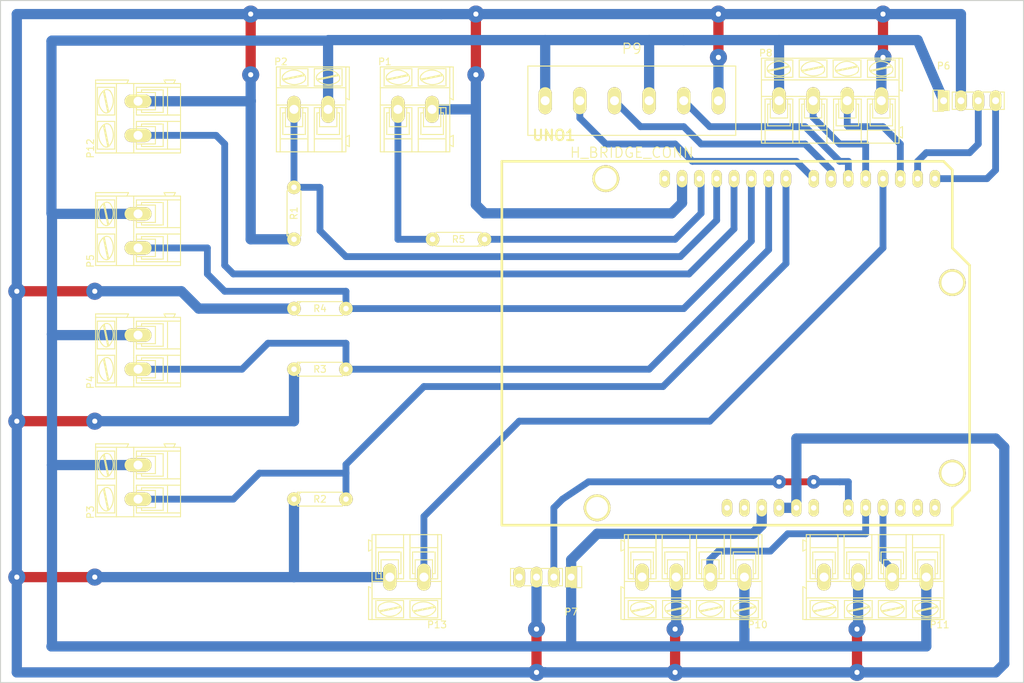
<source format=kicad_pcb>
(kicad_pcb (version 4) (host pcbnew "(2015-08-05 BZR 6055, Git fa29c62)-product")

  (general
    (links 48)
    (no_connects 0)
    (area 69.389999 43.989999 220.075001 146.510002)
    (thickness 1.6)
    (drawings 4)
    (tracks 218)
    (zones 0)
    (modules 19)
    (nets 21)
  )

  (page A4)
  (layers
    (0 F.Cu signal)
    (31 B.Cu signal)
    (32 B.Adhes user)
    (33 F.Adhes user)
    (34 B.Paste user)
    (35 F.Paste user)
    (36 B.SilkS user)
    (37 F.SilkS user)
    (38 B.Mask user)
    (39 F.Mask user)
    (40 Dwgs.User user)
    (41 Cmts.User user)
    (42 Eco1.User user)
    (43 Eco2.User user)
    (44 Edge.Cuts user)
    (45 Margin user)
    (46 B.CrtYd user)
    (47 F.CrtYd user)
    (48 B.Fab user)
    (49 F.Fab user)
  )

  (setup
    (last_trace_width 1)
    (trace_clearance 0.254)
    (zone_clearance 0.508)
    (zone_45_only no)
    (trace_min 0.254)
    (segment_width 0.2)
    (edge_width 0.15)
    (via_size 2)
    (via_drill 0.75)
    (via_min_size 0.889)
    (via_min_drill 0.508)
    (uvia_size 2)
    (uvia_drill 1)
    (uvias_allowed no)
    (uvia_min_size 0.508)
    (uvia_min_drill 0.127)
    (pcb_text_width 0.3)
    (pcb_text_size 1.5 1.5)
    (mod_edge_width 0.15)
    (mod_text_size 1.5 1.5)
    (mod_text_width 0.15)
    (pad_size 3 3)
    (pad_drill 0.8128)
    (pad_to_mask_clearance 0.2)
    (aux_axis_origin 0 0)
    (visible_elements 7FFFFFFF)
    (pcbplotparams
      (layerselection 0x00030_80000000)
      (usegerberextensions false)
      (excludeedgelayer false)
      (linewidth 0.100000)
      (plotframeref false)
      (viasonmask false)
      (mode 1)
      (useauxorigin false)
      (hpglpennumber 1)
      (hpglpenspeed 20)
      (hpglpendiameter 15)
      (hpglpenoverlay 2)
      (psnegative false)
      (psa4output false)
      (plotreference true)
      (plotvalue true)
      (plotinvisibletext false)
      (padsonsilk true)
      (subtractmaskfromsilk false)
      (outputformat 4)
      (mirror true)
      (drillshape 2)
      (scaleselection 1)
      (outputdirectory ""))
  )

  (net 0 "")
  (net 1 LED)
  (net 2 GND)
  (net 3 LimitSwitchUpper)
  (net 4 +5V)
  (net 5 LimitSwitchLower)
  (net 6 ManualDoorOpenSwitch)
  (net 7 ManualDoorCloseSwitch)
  (net 8 BT_TX)
  (net 9 BT_RX)
  (net 10 CurrentSensor)
  (net 11 "Net-(R5-Pad1)")
  (net 12 PowerSupplyRelay1)
  (net 13 PowerSupplyRelay2)
  (net 14 LDirection)
  (net 15 RDirection)
  (net 16 Sensor2)
  (net 17 Sensor3)
  (net 18 LightOutput)
  (net 19 AuxOutput)
  (net 20 MotorPWM)

  (net_class Default "This is the default net class."
    (clearance 0.254)
    (trace_width 1)
    (via_dia 2)
    (via_drill 0.75)
    (uvia_dia 2)
    (uvia_drill 1)
    (add_net AuxOutput)
    (add_net BT_RX)
    (add_net BT_TX)
    (add_net CurrentSensor)
    (add_net LDirection)
    (add_net LED)
    (add_net LightOutput)
    (add_net LimitSwitchLower)
    (add_net LimitSwitchUpper)
    (add_net ManualDoorCloseSwitch)
    (add_net ManualDoorOpenSwitch)
    (add_net MotorPWM)
    (add_net "Net-(R5-Pad1)")
    (add_net PowerSupplyRelay1)
    (add_net PowerSupplyRelay2)
    (add_net RDirection)
    (add_net Sensor2)
    (add_net Sensor3)
  )

  (net_class 5V ""
    (clearance 0.5)
    (trace_width 1.5)
    (via_dia 2.5)
    (via_drill 0.75)
    (uvia_dia 2.5)
    (uvia_drill 1.5)
    (add_net +5V)
  )

  (net_class GND ""
    (clearance 0.5)
    (trace_width 1.5)
    (via_dia 2.5)
    (via_drill 0.75)
    (uvia_dia 2.5)
    (uvia_drill 1.5)
    (add_net GND)
  )

  (module Connect:AK300-2 (layer F.Cu) (tedit 54792136) (tstamp 5505BBE7)
    (at 128.27 60.96)
    (descr CONNECTOR)
    (tags CONNECTOR)
    (path /54C3B6EB)
    (attr virtual)
    (fp_text reference P1 (at -1.92 -6.985) (layer F.SilkS)
      (effects (font (size 1 1) (thickness 0.15)))
    )
    (fp_text value LED_CONN (at 2.779 7.747) (layer F.Fab)
      (effects (font (size 1 1) (thickness 0.15)))
    )
    (fp_line (start 8.363 -6.473) (end -2.83 -6.473) (layer F.CrtYd) (width 0.05))
    (fp_line (start 8.363 6.473) (end 8.363 -6.473) (layer F.CrtYd) (width 0.05))
    (fp_line (start -2.83 6.473) (end 8.363 6.473) (layer F.CrtYd) (width 0.05))
    (fp_line (start -2.83 -6.473) (end -2.83 6.473) (layer F.CrtYd) (width 0.05))
    (fp_line (start -1.2596 2.54) (end 1.2804 2.54) (layer F.SilkS) (width 0.15))
    (fp_line (start 1.2804 2.54) (end 1.2804 -0.254) (layer F.SilkS) (width 0.15))
    (fp_line (start -1.2596 -0.254) (end 1.2804 -0.254) (layer F.SilkS) (width 0.15))
    (fp_line (start -1.2596 2.54) (end -1.2596 -0.254) (layer F.SilkS) (width 0.15))
    (fp_line (start 3.7442 2.54) (end 6.2842 2.54) (layer F.SilkS) (width 0.15))
    (fp_line (start 6.2842 2.54) (end 6.2842 -0.254) (layer F.SilkS) (width 0.15))
    (fp_line (start 3.7442 -0.254) (end 6.2842 -0.254) (layer F.SilkS) (width 0.15))
    (fp_line (start 3.7442 2.54) (end 3.7442 -0.254) (layer F.SilkS) (width 0.15))
    (fp_line (start 7.605 -6.223) (end 7.605 -3.175) (layer F.SilkS) (width 0.15))
    (fp_line (start 7.605 -6.223) (end -2.58 -6.223) (layer F.SilkS) (width 0.15))
    (fp_line (start 7.605 -6.223) (end 8.113 -6.223) (layer F.SilkS) (width 0.15))
    (fp_line (start 8.113 -6.223) (end 8.113 -1.397) (layer F.SilkS) (width 0.15))
    (fp_line (start 8.113 -1.397) (end 7.605 -1.651) (layer F.SilkS) (width 0.15))
    (fp_line (start 8.113 5.461) (end 7.605 5.207) (layer F.SilkS) (width 0.15))
    (fp_line (start 7.605 5.207) (end 7.605 6.223) (layer F.SilkS) (width 0.15))
    (fp_line (start 8.113 3.81) (end 7.605 4.064) (layer F.SilkS) (width 0.15))
    (fp_line (start 7.605 4.064) (end 7.605 5.207) (layer F.SilkS) (width 0.15))
    (fp_line (start 8.113 3.81) (end 8.113 5.461) (layer F.SilkS) (width 0.15))
    (fp_line (start 2.9822 6.223) (end 2.9822 4.318) (layer F.SilkS) (width 0.15))
    (fp_line (start 7.0462 -0.254) (end 7.0462 4.318) (layer F.SilkS) (width 0.15))
    (fp_line (start 2.9822 6.223) (end 7.0462 6.223) (layer F.SilkS) (width 0.15))
    (fp_line (start 7.0462 6.223) (end 7.605 6.223) (layer F.SilkS) (width 0.15))
    (fp_line (start 2.0424 6.223) (end 2.0424 4.318) (layer F.SilkS) (width 0.15))
    (fp_line (start 2.0424 6.223) (end 2.9822 6.223) (layer F.SilkS) (width 0.15))
    (fp_line (start -2.0216 -0.254) (end -2.0216 4.318) (layer F.SilkS) (width 0.15))
    (fp_line (start -2.58 6.223) (end -2.0216 6.223) (layer F.SilkS) (width 0.15))
    (fp_line (start -2.0216 6.223) (end 2.0424 6.223) (layer F.SilkS) (width 0.15))
    (fp_line (start 2.9822 4.318) (end 7.0462 4.318) (layer F.SilkS) (width 0.15))
    (fp_line (start 2.9822 4.318) (end 2.9822 -0.254) (layer F.SilkS) (width 0.15))
    (fp_line (start 7.0462 4.318) (end 7.0462 6.223) (layer F.SilkS) (width 0.15))
    (fp_line (start 2.0424 4.318) (end -2.0216 4.318) (layer F.SilkS) (width 0.15))
    (fp_line (start 2.0424 4.318) (end 2.0424 -0.254) (layer F.SilkS) (width 0.15))
    (fp_line (start -2.0216 4.318) (end -2.0216 6.223) (layer F.SilkS) (width 0.15))
    (fp_line (start 6.6652 3.683) (end 6.6652 0.508) (layer F.SilkS) (width 0.15))
    (fp_line (start 6.6652 3.683) (end 3.3632 3.683) (layer F.SilkS) (width 0.15))
    (fp_line (start 3.3632 3.683) (end 3.3632 0.508) (layer F.SilkS) (width 0.15))
    (fp_line (start 1.6614 3.683) (end 1.6614 0.508) (layer F.SilkS) (width 0.15))
    (fp_line (start 1.6614 3.683) (end -1.6406 3.683) (layer F.SilkS) (width 0.15))
    (fp_line (start -1.6406 3.683) (end -1.6406 0.508) (layer F.SilkS) (width 0.15))
    (fp_line (start -1.6406 0.508) (end -1.2596 0.508) (layer F.SilkS) (width 0.15))
    (fp_line (start 1.6614 0.508) (end 1.2804 0.508) (layer F.SilkS) (width 0.15))
    (fp_line (start 3.3632 0.508) (end 3.7442 0.508) (layer F.SilkS) (width 0.15))
    (fp_line (start 6.6652 0.508) (end 6.2842 0.508) (layer F.SilkS) (width 0.15))
    (fp_line (start -2.58 6.223) (end -2.58 -0.635) (layer F.SilkS) (width 0.15))
    (fp_line (start -2.58 -0.635) (end -2.58 -3.175) (layer F.SilkS) (width 0.15))
    (fp_line (start 7.605 -1.651) (end 7.605 -0.635) (layer F.SilkS) (width 0.15))
    (fp_line (start 7.605 -0.635) (end 7.605 4.064) (layer F.SilkS) (width 0.15))
    (fp_line (start -2.58 -3.175) (end 7.605 -3.175) (layer F.SilkS) (width 0.15))
    (fp_line (start -2.58 -3.175) (end -2.58 -6.223) (layer F.SilkS) (width 0.15))
    (fp_line (start 7.605 -3.175) (end 7.605 -1.651) (layer F.SilkS) (width 0.15))
    (fp_line (start 2.9822 -3.429) (end 2.9822 -5.969) (layer F.SilkS) (width 0.15))
    (fp_line (start 2.9822 -5.969) (end 7.0462 -5.969) (layer F.SilkS) (width 0.15))
    (fp_line (start 7.0462 -5.969) (end 7.0462 -3.429) (layer F.SilkS) (width 0.15))
    (fp_line (start 7.0462 -3.429) (end 2.9822 -3.429) (layer F.SilkS) (width 0.15))
    (fp_line (start 2.0424 -3.429) (end 2.0424 -5.969) (layer F.SilkS) (width 0.15))
    (fp_line (start 2.0424 -3.429) (end -2.0216 -3.429) (layer F.SilkS) (width 0.15))
    (fp_line (start -2.0216 -3.429) (end -2.0216 -5.969) (layer F.SilkS) (width 0.15))
    (fp_line (start 2.0424 -5.969) (end -2.0216 -5.969) (layer F.SilkS) (width 0.15))
    (fp_line (start 3.3886 -4.445) (end 6.4366 -5.08) (layer F.SilkS) (width 0.15))
    (fp_line (start 3.5156 -4.318) (end 6.5636 -4.953) (layer F.SilkS) (width 0.15))
    (fp_line (start -1.6152 -4.445) (end 1.43534 -5.08) (layer F.SilkS) (width 0.15))
    (fp_line (start -1.4882 -4.318) (end 1.5598 -4.953) (layer F.SilkS) (width 0.15))
    (fp_line (start -2.0216 -0.254) (end -1.6406 -0.254) (layer F.SilkS) (width 0.15))
    (fp_line (start 2.0424 -0.254) (end 1.6614 -0.254) (layer F.SilkS) (width 0.15))
    (fp_line (start 1.6614 -0.254) (end -1.6406 -0.254) (layer F.SilkS) (width 0.15))
    (fp_line (start -2.58 -0.635) (end -1.6406 -0.635) (layer F.SilkS) (width 0.15))
    (fp_line (start -1.6406 -0.635) (end 1.6614 -0.635) (layer F.SilkS) (width 0.15))
    (fp_line (start 1.6614 -0.635) (end 3.3632 -0.635) (layer F.SilkS) (width 0.15))
    (fp_line (start 7.605 -0.635) (end 6.6652 -0.635) (layer F.SilkS) (width 0.15))
    (fp_line (start 6.6652 -0.635) (end 3.3632 -0.635) (layer F.SilkS) (width 0.15))
    (fp_line (start 7.0462 -0.254) (end 6.6652 -0.254) (layer F.SilkS) (width 0.15))
    (fp_line (start 2.9822 -0.254) (end 3.3632 -0.254) (layer F.SilkS) (width 0.15))
    (fp_line (start 3.3632 -0.254) (end 6.6652 -0.254) (layer F.SilkS) (width 0.15))
    (fp_arc (start 6.0302 -4.59486) (end 6.53566 -5.05206) (angle 90.5) (layer F.SilkS) (width 0.15))
    (fp_arc (start 5.065 -6.0706) (end 6.52804 -4.11734) (angle 75.5) (layer F.SilkS) (width 0.15))
    (fp_arc (start 4.98626 -3.7084) (end 3.3886 -5.0038) (angle 100) (layer F.SilkS) (width 0.15))
    (fp_arc (start 3.8712 -4.64566) (end 3.58164 -4.1275) (angle 104.2) (layer F.SilkS) (width 0.15))
    (fp_arc (start 1.0264 -4.59486) (end 1.5344 -5.05206) (angle 90.5) (layer F.SilkS) (width 0.15))
    (fp_arc (start 0.06374 -6.0706) (end 1.52678 -4.11734) (angle 75.5) (layer F.SilkS) (width 0.15))
    (fp_arc (start -0.01246 -3.7084) (end -1.6152 -5.0038) (angle 100) (layer F.SilkS) (width 0.15))
    (fp_arc (start -1.1326 -4.64566) (end -1.41962 -4.1275) (angle 104.2) (layer F.SilkS) (width 0.15))
    (pad 1 thru_hole oval (at 0 0) (size 1.9812 3.9624) (drill 1.3208) (layers *.Cu F.Paste F.SilkS F.Mask)
      (net 1 LED))
    (pad 2 thru_hole oval (at 5 0) (size 1.9812 3.9624) (drill 1.3208) (layers *.Cu F.Paste F.SilkS F.Mask)
      (net 2 GND))
  )

  (module Connect:AK300-2 (layer F.Cu) (tedit 54792136) (tstamp 5505BBED)
    (at 113.03 60.96)
    (descr CONNECTOR)
    (tags CONNECTOR)
    (path /54C3CCAF)
    (attr virtual)
    (fp_text reference P2 (at -1.92 -6.985) (layer F.SilkS)
      (effects (font (size 1 1) (thickness 0.15)))
    )
    (fp_text value LSW_U_CONN (at 2.779 7.747) (layer F.Fab)
      (effects (font (size 1 1) (thickness 0.15)))
    )
    (fp_line (start 8.363 -6.473) (end -2.83 -6.473) (layer F.CrtYd) (width 0.05))
    (fp_line (start 8.363 6.473) (end 8.363 -6.473) (layer F.CrtYd) (width 0.05))
    (fp_line (start -2.83 6.473) (end 8.363 6.473) (layer F.CrtYd) (width 0.05))
    (fp_line (start -2.83 -6.473) (end -2.83 6.473) (layer F.CrtYd) (width 0.05))
    (fp_line (start -1.2596 2.54) (end 1.2804 2.54) (layer F.SilkS) (width 0.15))
    (fp_line (start 1.2804 2.54) (end 1.2804 -0.254) (layer F.SilkS) (width 0.15))
    (fp_line (start -1.2596 -0.254) (end 1.2804 -0.254) (layer F.SilkS) (width 0.15))
    (fp_line (start -1.2596 2.54) (end -1.2596 -0.254) (layer F.SilkS) (width 0.15))
    (fp_line (start 3.7442 2.54) (end 6.2842 2.54) (layer F.SilkS) (width 0.15))
    (fp_line (start 6.2842 2.54) (end 6.2842 -0.254) (layer F.SilkS) (width 0.15))
    (fp_line (start 3.7442 -0.254) (end 6.2842 -0.254) (layer F.SilkS) (width 0.15))
    (fp_line (start 3.7442 2.54) (end 3.7442 -0.254) (layer F.SilkS) (width 0.15))
    (fp_line (start 7.605 -6.223) (end 7.605 -3.175) (layer F.SilkS) (width 0.15))
    (fp_line (start 7.605 -6.223) (end -2.58 -6.223) (layer F.SilkS) (width 0.15))
    (fp_line (start 7.605 -6.223) (end 8.113 -6.223) (layer F.SilkS) (width 0.15))
    (fp_line (start 8.113 -6.223) (end 8.113 -1.397) (layer F.SilkS) (width 0.15))
    (fp_line (start 8.113 -1.397) (end 7.605 -1.651) (layer F.SilkS) (width 0.15))
    (fp_line (start 8.113 5.461) (end 7.605 5.207) (layer F.SilkS) (width 0.15))
    (fp_line (start 7.605 5.207) (end 7.605 6.223) (layer F.SilkS) (width 0.15))
    (fp_line (start 8.113 3.81) (end 7.605 4.064) (layer F.SilkS) (width 0.15))
    (fp_line (start 7.605 4.064) (end 7.605 5.207) (layer F.SilkS) (width 0.15))
    (fp_line (start 8.113 3.81) (end 8.113 5.461) (layer F.SilkS) (width 0.15))
    (fp_line (start 2.9822 6.223) (end 2.9822 4.318) (layer F.SilkS) (width 0.15))
    (fp_line (start 7.0462 -0.254) (end 7.0462 4.318) (layer F.SilkS) (width 0.15))
    (fp_line (start 2.9822 6.223) (end 7.0462 6.223) (layer F.SilkS) (width 0.15))
    (fp_line (start 7.0462 6.223) (end 7.605 6.223) (layer F.SilkS) (width 0.15))
    (fp_line (start 2.0424 6.223) (end 2.0424 4.318) (layer F.SilkS) (width 0.15))
    (fp_line (start 2.0424 6.223) (end 2.9822 6.223) (layer F.SilkS) (width 0.15))
    (fp_line (start -2.0216 -0.254) (end -2.0216 4.318) (layer F.SilkS) (width 0.15))
    (fp_line (start -2.58 6.223) (end -2.0216 6.223) (layer F.SilkS) (width 0.15))
    (fp_line (start -2.0216 6.223) (end 2.0424 6.223) (layer F.SilkS) (width 0.15))
    (fp_line (start 2.9822 4.318) (end 7.0462 4.318) (layer F.SilkS) (width 0.15))
    (fp_line (start 2.9822 4.318) (end 2.9822 -0.254) (layer F.SilkS) (width 0.15))
    (fp_line (start 7.0462 4.318) (end 7.0462 6.223) (layer F.SilkS) (width 0.15))
    (fp_line (start 2.0424 4.318) (end -2.0216 4.318) (layer F.SilkS) (width 0.15))
    (fp_line (start 2.0424 4.318) (end 2.0424 -0.254) (layer F.SilkS) (width 0.15))
    (fp_line (start -2.0216 4.318) (end -2.0216 6.223) (layer F.SilkS) (width 0.15))
    (fp_line (start 6.6652 3.683) (end 6.6652 0.508) (layer F.SilkS) (width 0.15))
    (fp_line (start 6.6652 3.683) (end 3.3632 3.683) (layer F.SilkS) (width 0.15))
    (fp_line (start 3.3632 3.683) (end 3.3632 0.508) (layer F.SilkS) (width 0.15))
    (fp_line (start 1.6614 3.683) (end 1.6614 0.508) (layer F.SilkS) (width 0.15))
    (fp_line (start 1.6614 3.683) (end -1.6406 3.683) (layer F.SilkS) (width 0.15))
    (fp_line (start -1.6406 3.683) (end -1.6406 0.508) (layer F.SilkS) (width 0.15))
    (fp_line (start -1.6406 0.508) (end -1.2596 0.508) (layer F.SilkS) (width 0.15))
    (fp_line (start 1.6614 0.508) (end 1.2804 0.508) (layer F.SilkS) (width 0.15))
    (fp_line (start 3.3632 0.508) (end 3.7442 0.508) (layer F.SilkS) (width 0.15))
    (fp_line (start 6.6652 0.508) (end 6.2842 0.508) (layer F.SilkS) (width 0.15))
    (fp_line (start -2.58 6.223) (end -2.58 -0.635) (layer F.SilkS) (width 0.15))
    (fp_line (start -2.58 -0.635) (end -2.58 -3.175) (layer F.SilkS) (width 0.15))
    (fp_line (start 7.605 -1.651) (end 7.605 -0.635) (layer F.SilkS) (width 0.15))
    (fp_line (start 7.605 -0.635) (end 7.605 4.064) (layer F.SilkS) (width 0.15))
    (fp_line (start -2.58 -3.175) (end 7.605 -3.175) (layer F.SilkS) (width 0.15))
    (fp_line (start -2.58 -3.175) (end -2.58 -6.223) (layer F.SilkS) (width 0.15))
    (fp_line (start 7.605 -3.175) (end 7.605 -1.651) (layer F.SilkS) (width 0.15))
    (fp_line (start 2.9822 -3.429) (end 2.9822 -5.969) (layer F.SilkS) (width 0.15))
    (fp_line (start 2.9822 -5.969) (end 7.0462 -5.969) (layer F.SilkS) (width 0.15))
    (fp_line (start 7.0462 -5.969) (end 7.0462 -3.429) (layer F.SilkS) (width 0.15))
    (fp_line (start 7.0462 -3.429) (end 2.9822 -3.429) (layer F.SilkS) (width 0.15))
    (fp_line (start 2.0424 -3.429) (end 2.0424 -5.969) (layer F.SilkS) (width 0.15))
    (fp_line (start 2.0424 -3.429) (end -2.0216 -3.429) (layer F.SilkS) (width 0.15))
    (fp_line (start -2.0216 -3.429) (end -2.0216 -5.969) (layer F.SilkS) (width 0.15))
    (fp_line (start 2.0424 -5.969) (end -2.0216 -5.969) (layer F.SilkS) (width 0.15))
    (fp_line (start 3.3886 -4.445) (end 6.4366 -5.08) (layer F.SilkS) (width 0.15))
    (fp_line (start 3.5156 -4.318) (end 6.5636 -4.953) (layer F.SilkS) (width 0.15))
    (fp_line (start -1.6152 -4.445) (end 1.43534 -5.08) (layer F.SilkS) (width 0.15))
    (fp_line (start -1.4882 -4.318) (end 1.5598 -4.953) (layer F.SilkS) (width 0.15))
    (fp_line (start -2.0216 -0.254) (end -1.6406 -0.254) (layer F.SilkS) (width 0.15))
    (fp_line (start 2.0424 -0.254) (end 1.6614 -0.254) (layer F.SilkS) (width 0.15))
    (fp_line (start 1.6614 -0.254) (end -1.6406 -0.254) (layer F.SilkS) (width 0.15))
    (fp_line (start -2.58 -0.635) (end -1.6406 -0.635) (layer F.SilkS) (width 0.15))
    (fp_line (start -1.6406 -0.635) (end 1.6614 -0.635) (layer F.SilkS) (width 0.15))
    (fp_line (start 1.6614 -0.635) (end 3.3632 -0.635) (layer F.SilkS) (width 0.15))
    (fp_line (start 7.605 -0.635) (end 6.6652 -0.635) (layer F.SilkS) (width 0.15))
    (fp_line (start 6.6652 -0.635) (end 3.3632 -0.635) (layer F.SilkS) (width 0.15))
    (fp_line (start 7.0462 -0.254) (end 6.6652 -0.254) (layer F.SilkS) (width 0.15))
    (fp_line (start 2.9822 -0.254) (end 3.3632 -0.254) (layer F.SilkS) (width 0.15))
    (fp_line (start 3.3632 -0.254) (end 6.6652 -0.254) (layer F.SilkS) (width 0.15))
    (fp_arc (start 6.0302 -4.59486) (end 6.53566 -5.05206) (angle 90.5) (layer F.SilkS) (width 0.15))
    (fp_arc (start 5.065 -6.0706) (end 6.52804 -4.11734) (angle 75.5) (layer F.SilkS) (width 0.15))
    (fp_arc (start 4.98626 -3.7084) (end 3.3886 -5.0038) (angle 100) (layer F.SilkS) (width 0.15))
    (fp_arc (start 3.8712 -4.64566) (end 3.58164 -4.1275) (angle 104.2) (layer F.SilkS) (width 0.15))
    (fp_arc (start 1.0264 -4.59486) (end 1.5344 -5.05206) (angle 90.5) (layer F.SilkS) (width 0.15))
    (fp_arc (start 0.06374 -6.0706) (end 1.52678 -4.11734) (angle 75.5) (layer F.SilkS) (width 0.15))
    (fp_arc (start -0.01246 -3.7084) (end -1.6152 -5.0038) (angle 100) (layer F.SilkS) (width 0.15))
    (fp_arc (start -1.1326 -4.64566) (end -1.41962 -4.1275) (angle 104.2) (layer F.SilkS) (width 0.15))
    (pad 1 thru_hole oval (at 0 0) (size 1.9812 3.9624) (drill 1.3208) (layers *.Cu F.Paste F.SilkS F.Mask)
      (net 3 LimitSwitchUpper))
    (pad 2 thru_hole oval (at 5 0) (size 1.9812 3.9624) (drill 1.3208) (layers *.Cu F.Paste F.SilkS F.Mask)
      (net 4 +5V))
  )

  (module Connect:AK300-2 (layer F.Cu) (tedit 54792136) (tstamp 550C004E)
    (at 90.17 118.11 90)
    (descr CONNECTOR)
    (tags CONNECTOR)
    (path /54C3DA8E)
    (attr virtual)
    (fp_text reference P3 (at -1.92 -6.985 90) (layer F.SilkS)
      (effects (font (size 1 1) (thickness 0.15)))
    )
    (fp_text value LSW_L_CONN (at 2.779 7.747 90) (layer F.Fab)
      (effects (font (size 1 1) (thickness 0.15)))
    )
    (fp_line (start 8.363 -6.473) (end -2.83 -6.473) (layer F.CrtYd) (width 0.05))
    (fp_line (start 8.363 6.473) (end 8.363 -6.473) (layer F.CrtYd) (width 0.05))
    (fp_line (start -2.83 6.473) (end 8.363 6.473) (layer F.CrtYd) (width 0.05))
    (fp_line (start -2.83 -6.473) (end -2.83 6.473) (layer F.CrtYd) (width 0.05))
    (fp_line (start -1.2596 2.54) (end 1.2804 2.54) (layer F.SilkS) (width 0.15))
    (fp_line (start 1.2804 2.54) (end 1.2804 -0.254) (layer F.SilkS) (width 0.15))
    (fp_line (start -1.2596 -0.254) (end 1.2804 -0.254) (layer F.SilkS) (width 0.15))
    (fp_line (start -1.2596 2.54) (end -1.2596 -0.254) (layer F.SilkS) (width 0.15))
    (fp_line (start 3.7442 2.54) (end 6.2842 2.54) (layer F.SilkS) (width 0.15))
    (fp_line (start 6.2842 2.54) (end 6.2842 -0.254) (layer F.SilkS) (width 0.15))
    (fp_line (start 3.7442 -0.254) (end 6.2842 -0.254) (layer F.SilkS) (width 0.15))
    (fp_line (start 3.7442 2.54) (end 3.7442 -0.254) (layer F.SilkS) (width 0.15))
    (fp_line (start 7.605 -6.223) (end 7.605 -3.175) (layer F.SilkS) (width 0.15))
    (fp_line (start 7.605 -6.223) (end -2.58 -6.223) (layer F.SilkS) (width 0.15))
    (fp_line (start 7.605 -6.223) (end 8.113 -6.223) (layer F.SilkS) (width 0.15))
    (fp_line (start 8.113 -6.223) (end 8.113 -1.397) (layer F.SilkS) (width 0.15))
    (fp_line (start 8.113 -1.397) (end 7.605 -1.651) (layer F.SilkS) (width 0.15))
    (fp_line (start 8.113 5.461) (end 7.605 5.207) (layer F.SilkS) (width 0.15))
    (fp_line (start 7.605 5.207) (end 7.605 6.223) (layer F.SilkS) (width 0.15))
    (fp_line (start 8.113 3.81) (end 7.605 4.064) (layer F.SilkS) (width 0.15))
    (fp_line (start 7.605 4.064) (end 7.605 5.207) (layer F.SilkS) (width 0.15))
    (fp_line (start 8.113 3.81) (end 8.113 5.461) (layer F.SilkS) (width 0.15))
    (fp_line (start 2.9822 6.223) (end 2.9822 4.318) (layer F.SilkS) (width 0.15))
    (fp_line (start 7.0462 -0.254) (end 7.0462 4.318) (layer F.SilkS) (width 0.15))
    (fp_line (start 2.9822 6.223) (end 7.0462 6.223) (layer F.SilkS) (width 0.15))
    (fp_line (start 7.0462 6.223) (end 7.605 6.223) (layer F.SilkS) (width 0.15))
    (fp_line (start 2.0424 6.223) (end 2.0424 4.318) (layer F.SilkS) (width 0.15))
    (fp_line (start 2.0424 6.223) (end 2.9822 6.223) (layer F.SilkS) (width 0.15))
    (fp_line (start -2.0216 -0.254) (end -2.0216 4.318) (layer F.SilkS) (width 0.15))
    (fp_line (start -2.58 6.223) (end -2.0216 6.223) (layer F.SilkS) (width 0.15))
    (fp_line (start -2.0216 6.223) (end 2.0424 6.223) (layer F.SilkS) (width 0.15))
    (fp_line (start 2.9822 4.318) (end 7.0462 4.318) (layer F.SilkS) (width 0.15))
    (fp_line (start 2.9822 4.318) (end 2.9822 -0.254) (layer F.SilkS) (width 0.15))
    (fp_line (start 7.0462 4.318) (end 7.0462 6.223) (layer F.SilkS) (width 0.15))
    (fp_line (start 2.0424 4.318) (end -2.0216 4.318) (layer F.SilkS) (width 0.15))
    (fp_line (start 2.0424 4.318) (end 2.0424 -0.254) (layer F.SilkS) (width 0.15))
    (fp_line (start -2.0216 4.318) (end -2.0216 6.223) (layer F.SilkS) (width 0.15))
    (fp_line (start 6.6652 3.683) (end 6.6652 0.508) (layer F.SilkS) (width 0.15))
    (fp_line (start 6.6652 3.683) (end 3.3632 3.683) (layer F.SilkS) (width 0.15))
    (fp_line (start 3.3632 3.683) (end 3.3632 0.508) (layer F.SilkS) (width 0.15))
    (fp_line (start 1.6614 3.683) (end 1.6614 0.508) (layer F.SilkS) (width 0.15))
    (fp_line (start 1.6614 3.683) (end -1.6406 3.683) (layer F.SilkS) (width 0.15))
    (fp_line (start -1.6406 3.683) (end -1.6406 0.508) (layer F.SilkS) (width 0.15))
    (fp_line (start -1.6406 0.508) (end -1.2596 0.508) (layer F.SilkS) (width 0.15))
    (fp_line (start 1.6614 0.508) (end 1.2804 0.508) (layer F.SilkS) (width 0.15))
    (fp_line (start 3.3632 0.508) (end 3.7442 0.508) (layer F.SilkS) (width 0.15))
    (fp_line (start 6.6652 0.508) (end 6.2842 0.508) (layer F.SilkS) (width 0.15))
    (fp_line (start -2.58 6.223) (end -2.58 -0.635) (layer F.SilkS) (width 0.15))
    (fp_line (start -2.58 -0.635) (end -2.58 -3.175) (layer F.SilkS) (width 0.15))
    (fp_line (start 7.605 -1.651) (end 7.605 -0.635) (layer F.SilkS) (width 0.15))
    (fp_line (start 7.605 -0.635) (end 7.605 4.064) (layer F.SilkS) (width 0.15))
    (fp_line (start -2.58 -3.175) (end 7.605 -3.175) (layer F.SilkS) (width 0.15))
    (fp_line (start -2.58 -3.175) (end -2.58 -6.223) (layer F.SilkS) (width 0.15))
    (fp_line (start 7.605 -3.175) (end 7.605 -1.651) (layer F.SilkS) (width 0.15))
    (fp_line (start 2.9822 -3.429) (end 2.9822 -5.969) (layer F.SilkS) (width 0.15))
    (fp_line (start 2.9822 -5.969) (end 7.0462 -5.969) (layer F.SilkS) (width 0.15))
    (fp_line (start 7.0462 -5.969) (end 7.0462 -3.429) (layer F.SilkS) (width 0.15))
    (fp_line (start 7.0462 -3.429) (end 2.9822 -3.429) (layer F.SilkS) (width 0.15))
    (fp_line (start 2.0424 -3.429) (end 2.0424 -5.969) (layer F.SilkS) (width 0.15))
    (fp_line (start 2.0424 -3.429) (end -2.0216 -3.429) (layer F.SilkS) (width 0.15))
    (fp_line (start -2.0216 -3.429) (end -2.0216 -5.969) (layer F.SilkS) (width 0.15))
    (fp_line (start 2.0424 -5.969) (end -2.0216 -5.969) (layer F.SilkS) (width 0.15))
    (fp_line (start 3.3886 -4.445) (end 6.4366 -5.08) (layer F.SilkS) (width 0.15))
    (fp_line (start 3.5156 -4.318) (end 6.5636 -4.953) (layer F.SilkS) (width 0.15))
    (fp_line (start -1.6152 -4.445) (end 1.43534 -5.08) (layer F.SilkS) (width 0.15))
    (fp_line (start -1.4882 -4.318) (end 1.5598 -4.953) (layer F.SilkS) (width 0.15))
    (fp_line (start -2.0216 -0.254) (end -1.6406 -0.254) (layer F.SilkS) (width 0.15))
    (fp_line (start 2.0424 -0.254) (end 1.6614 -0.254) (layer F.SilkS) (width 0.15))
    (fp_line (start 1.6614 -0.254) (end -1.6406 -0.254) (layer F.SilkS) (width 0.15))
    (fp_line (start -2.58 -0.635) (end -1.6406 -0.635) (layer F.SilkS) (width 0.15))
    (fp_line (start -1.6406 -0.635) (end 1.6614 -0.635) (layer F.SilkS) (width 0.15))
    (fp_line (start 1.6614 -0.635) (end 3.3632 -0.635) (layer F.SilkS) (width 0.15))
    (fp_line (start 7.605 -0.635) (end 6.6652 -0.635) (layer F.SilkS) (width 0.15))
    (fp_line (start 6.6652 -0.635) (end 3.3632 -0.635) (layer F.SilkS) (width 0.15))
    (fp_line (start 7.0462 -0.254) (end 6.6652 -0.254) (layer F.SilkS) (width 0.15))
    (fp_line (start 2.9822 -0.254) (end 3.3632 -0.254) (layer F.SilkS) (width 0.15))
    (fp_line (start 3.3632 -0.254) (end 6.6652 -0.254) (layer F.SilkS) (width 0.15))
    (fp_arc (start 6.0302 -4.59486) (end 6.53566 -5.05206) (angle 90.5) (layer F.SilkS) (width 0.15))
    (fp_arc (start 5.065 -6.0706) (end 6.52804 -4.11734) (angle 75.5) (layer F.SilkS) (width 0.15))
    (fp_arc (start 4.98626 -3.7084) (end 3.3886 -5.0038) (angle 100) (layer F.SilkS) (width 0.15))
    (fp_arc (start 3.8712 -4.64566) (end 3.58164 -4.1275) (angle 104.2) (layer F.SilkS) (width 0.15))
    (fp_arc (start 1.0264 -4.59486) (end 1.5344 -5.05206) (angle 90.5) (layer F.SilkS) (width 0.15))
    (fp_arc (start 0.06374 -6.0706) (end 1.52678 -4.11734) (angle 75.5) (layer F.SilkS) (width 0.15))
    (fp_arc (start -0.01246 -3.7084) (end -1.6152 -5.0038) (angle 100) (layer F.SilkS) (width 0.15))
    (fp_arc (start -1.1326 -4.64566) (end -1.41962 -4.1275) (angle 104.2) (layer F.SilkS) (width 0.15))
    (pad 1 thru_hole oval (at 0 0 90) (size 1.9812 3.9624) (drill 1.3208) (layers *.Cu F.Paste F.SilkS F.Mask)
      (net 5 LimitSwitchLower))
    (pad 2 thru_hole oval (at 5 0 90) (size 1.9812 3.9624) (drill 1.3208) (layers *.Cu F.Paste F.SilkS F.Mask)
      (net 4 +5V))
  )

  (module Connect:AK300-2 (layer F.Cu) (tedit 54792136) (tstamp 55099AFA)
    (at 90.17 99.06 90)
    (descr CONNECTOR)
    (tags CONNECTOR)
    (path /54C3E0AC)
    (attr virtual)
    (fp_text reference P4 (at -1.92 -6.985 90) (layer F.SilkS)
      (effects (font (size 1 1) (thickness 0.15)))
    )
    (fp_text value MDO_CONN (at 2.779 7.747 90) (layer F.Fab)
      (effects (font (size 1 1) (thickness 0.15)))
    )
    (fp_line (start 8.363 -6.473) (end -2.83 -6.473) (layer F.CrtYd) (width 0.05))
    (fp_line (start 8.363 6.473) (end 8.363 -6.473) (layer F.CrtYd) (width 0.05))
    (fp_line (start -2.83 6.473) (end 8.363 6.473) (layer F.CrtYd) (width 0.05))
    (fp_line (start -2.83 -6.473) (end -2.83 6.473) (layer F.CrtYd) (width 0.05))
    (fp_line (start -1.2596 2.54) (end 1.2804 2.54) (layer F.SilkS) (width 0.15))
    (fp_line (start 1.2804 2.54) (end 1.2804 -0.254) (layer F.SilkS) (width 0.15))
    (fp_line (start -1.2596 -0.254) (end 1.2804 -0.254) (layer F.SilkS) (width 0.15))
    (fp_line (start -1.2596 2.54) (end -1.2596 -0.254) (layer F.SilkS) (width 0.15))
    (fp_line (start 3.7442 2.54) (end 6.2842 2.54) (layer F.SilkS) (width 0.15))
    (fp_line (start 6.2842 2.54) (end 6.2842 -0.254) (layer F.SilkS) (width 0.15))
    (fp_line (start 3.7442 -0.254) (end 6.2842 -0.254) (layer F.SilkS) (width 0.15))
    (fp_line (start 3.7442 2.54) (end 3.7442 -0.254) (layer F.SilkS) (width 0.15))
    (fp_line (start 7.605 -6.223) (end 7.605 -3.175) (layer F.SilkS) (width 0.15))
    (fp_line (start 7.605 -6.223) (end -2.58 -6.223) (layer F.SilkS) (width 0.15))
    (fp_line (start 7.605 -6.223) (end 8.113 -6.223) (layer F.SilkS) (width 0.15))
    (fp_line (start 8.113 -6.223) (end 8.113 -1.397) (layer F.SilkS) (width 0.15))
    (fp_line (start 8.113 -1.397) (end 7.605 -1.651) (layer F.SilkS) (width 0.15))
    (fp_line (start 8.113 5.461) (end 7.605 5.207) (layer F.SilkS) (width 0.15))
    (fp_line (start 7.605 5.207) (end 7.605 6.223) (layer F.SilkS) (width 0.15))
    (fp_line (start 8.113 3.81) (end 7.605 4.064) (layer F.SilkS) (width 0.15))
    (fp_line (start 7.605 4.064) (end 7.605 5.207) (layer F.SilkS) (width 0.15))
    (fp_line (start 8.113 3.81) (end 8.113 5.461) (layer F.SilkS) (width 0.15))
    (fp_line (start 2.9822 6.223) (end 2.9822 4.318) (layer F.SilkS) (width 0.15))
    (fp_line (start 7.0462 -0.254) (end 7.0462 4.318) (layer F.SilkS) (width 0.15))
    (fp_line (start 2.9822 6.223) (end 7.0462 6.223) (layer F.SilkS) (width 0.15))
    (fp_line (start 7.0462 6.223) (end 7.605 6.223) (layer F.SilkS) (width 0.15))
    (fp_line (start 2.0424 6.223) (end 2.0424 4.318) (layer F.SilkS) (width 0.15))
    (fp_line (start 2.0424 6.223) (end 2.9822 6.223) (layer F.SilkS) (width 0.15))
    (fp_line (start -2.0216 -0.254) (end -2.0216 4.318) (layer F.SilkS) (width 0.15))
    (fp_line (start -2.58 6.223) (end -2.0216 6.223) (layer F.SilkS) (width 0.15))
    (fp_line (start -2.0216 6.223) (end 2.0424 6.223) (layer F.SilkS) (width 0.15))
    (fp_line (start 2.9822 4.318) (end 7.0462 4.318) (layer F.SilkS) (width 0.15))
    (fp_line (start 2.9822 4.318) (end 2.9822 -0.254) (layer F.SilkS) (width 0.15))
    (fp_line (start 7.0462 4.318) (end 7.0462 6.223) (layer F.SilkS) (width 0.15))
    (fp_line (start 2.0424 4.318) (end -2.0216 4.318) (layer F.SilkS) (width 0.15))
    (fp_line (start 2.0424 4.318) (end 2.0424 -0.254) (layer F.SilkS) (width 0.15))
    (fp_line (start -2.0216 4.318) (end -2.0216 6.223) (layer F.SilkS) (width 0.15))
    (fp_line (start 6.6652 3.683) (end 6.6652 0.508) (layer F.SilkS) (width 0.15))
    (fp_line (start 6.6652 3.683) (end 3.3632 3.683) (layer F.SilkS) (width 0.15))
    (fp_line (start 3.3632 3.683) (end 3.3632 0.508) (layer F.SilkS) (width 0.15))
    (fp_line (start 1.6614 3.683) (end 1.6614 0.508) (layer F.SilkS) (width 0.15))
    (fp_line (start 1.6614 3.683) (end -1.6406 3.683) (layer F.SilkS) (width 0.15))
    (fp_line (start -1.6406 3.683) (end -1.6406 0.508) (layer F.SilkS) (width 0.15))
    (fp_line (start -1.6406 0.508) (end -1.2596 0.508) (layer F.SilkS) (width 0.15))
    (fp_line (start 1.6614 0.508) (end 1.2804 0.508) (layer F.SilkS) (width 0.15))
    (fp_line (start 3.3632 0.508) (end 3.7442 0.508) (layer F.SilkS) (width 0.15))
    (fp_line (start 6.6652 0.508) (end 6.2842 0.508) (layer F.SilkS) (width 0.15))
    (fp_line (start -2.58 6.223) (end -2.58 -0.635) (layer F.SilkS) (width 0.15))
    (fp_line (start -2.58 -0.635) (end -2.58 -3.175) (layer F.SilkS) (width 0.15))
    (fp_line (start 7.605 -1.651) (end 7.605 -0.635) (layer F.SilkS) (width 0.15))
    (fp_line (start 7.605 -0.635) (end 7.605 4.064) (layer F.SilkS) (width 0.15))
    (fp_line (start -2.58 -3.175) (end 7.605 -3.175) (layer F.SilkS) (width 0.15))
    (fp_line (start -2.58 -3.175) (end -2.58 -6.223) (layer F.SilkS) (width 0.15))
    (fp_line (start 7.605 -3.175) (end 7.605 -1.651) (layer F.SilkS) (width 0.15))
    (fp_line (start 2.9822 -3.429) (end 2.9822 -5.969) (layer F.SilkS) (width 0.15))
    (fp_line (start 2.9822 -5.969) (end 7.0462 -5.969) (layer F.SilkS) (width 0.15))
    (fp_line (start 7.0462 -5.969) (end 7.0462 -3.429) (layer F.SilkS) (width 0.15))
    (fp_line (start 7.0462 -3.429) (end 2.9822 -3.429) (layer F.SilkS) (width 0.15))
    (fp_line (start 2.0424 -3.429) (end 2.0424 -5.969) (layer F.SilkS) (width 0.15))
    (fp_line (start 2.0424 -3.429) (end -2.0216 -3.429) (layer F.SilkS) (width 0.15))
    (fp_line (start -2.0216 -3.429) (end -2.0216 -5.969) (layer F.SilkS) (width 0.15))
    (fp_line (start 2.0424 -5.969) (end -2.0216 -5.969) (layer F.SilkS) (width 0.15))
    (fp_line (start 3.3886 -4.445) (end 6.4366 -5.08) (layer F.SilkS) (width 0.15))
    (fp_line (start 3.5156 -4.318) (end 6.5636 -4.953) (layer F.SilkS) (width 0.15))
    (fp_line (start -1.6152 -4.445) (end 1.43534 -5.08) (layer F.SilkS) (width 0.15))
    (fp_line (start -1.4882 -4.318) (end 1.5598 -4.953) (layer F.SilkS) (width 0.15))
    (fp_line (start -2.0216 -0.254) (end -1.6406 -0.254) (layer F.SilkS) (width 0.15))
    (fp_line (start 2.0424 -0.254) (end 1.6614 -0.254) (layer F.SilkS) (width 0.15))
    (fp_line (start 1.6614 -0.254) (end -1.6406 -0.254) (layer F.SilkS) (width 0.15))
    (fp_line (start -2.58 -0.635) (end -1.6406 -0.635) (layer F.SilkS) (width 0.15))
    (fp_line (start -1.6406 -0.635) (end 1.6614 -0.635) (layer F.SilkS) (width 0.15))
    (fp_line (start 1.6614 -0.635) (end 3.3632 -0.635) (layer F.SilkS) (width 0.15))
    (fp_line (start 7.605 -0.635) (end 6.6652 -0.635) (layer F.SilkS) (width 0.15))
    (fp_line (start 6.6652 -0.635) (end 3.3632 -0.635) (layer F.SilkS) (width 0.15))
    (fp_line (start 7.0462 -0.254) (end 6.6652 -0.254) (layer F.SilkS) (width 0.15))
    (fp_line (start 2.9822 -0.254) (end 3.3632 -0.254) (layer F.SilkS) (width 0.15))
    (fp_line (start 3.3632 -0.254) (end 6.6652 -0.254) (layer F.SilkS) (width 0.15))
    (fp_arc (start 6.0302 -4.59486) (end 6.53566 -5.05206) (angle 90.5) (layer F.SilkS) (width 0.15))
    (fp_arc (start 5.065 -6.0706) (end 6.52804 -4.11734) (angle 75.5) (layer F.SilkS) (width 0.15))
    (fp_arc (start 4.98626 -3.7084) (end 3.3886 -5.0038) (angle 100) (layer F.SilkS) (width 0.15))
    (fp_arc (start 3.8712 -4.64566) (end 3.58164 -4.1275) (angle 104.2) (layer F.SilkS) (width 0.15))
    (fp_arc (start 1.0264 -4.59486) (end 1.5344 -5.05206) (angle 90.5) (layer F.SilkS) (width 0.15))
    (fp_arc (start 0.06374 -6.0706) (end 1.52678 -4.11734) (angle 75.5) (layer F.SilkS) (width 0.15))
    (fp_arc (start -0.01246 -3.7084) (end -1.6152 -5.0038) (angle 100) (layer F.SilkS) (width 0.15))
    (fp_arc (start -1.1326 -4.64566) (end -1.41962 -4.1275) (angle 104.2) (layer F.SilkS) (width 0.15))
    (pad 1 thru_hole oval (at 0 0 90) (size 1.9812 3.9624) (drill 1.3208) (layers *.Cu F.Paste F.SilkS F.Mask)
      (net 6 ManualDoorOpenSwitch))
    (pad 2 thru_hole oval (at 5 0 90) (size 1.9812 3.9624) (drill 1.3208) (layers *.Cu F.Paste F.SilkS F.Mask)
      (net 4 +5V))
  )

  (module Connect:AK300-2 (layer F.Cu) (tedit 54792136) (tstamp 5505BBFF)
    (at 90.17 81.28 90)
    (descr CONNECTOR)
    (tags CONNECTOR)
    (path /54C3E6EB)
    (attr virtual)
    (fp_text reference P5 (at -1.92 -6.985 90) (layer F.SilkS)
      (effects (font (size 1 1) (thickness 0.15)))
    )
    (fp_text value MDC_CONN (at 2.779 7.747 90) (layer F.Fab)
      (effects (font (size 1 1) (thickness 0.15)))
    )
    (fp_line (start 8.363 -6.473) (end -2.83 -6.473) (layer F.CrtYd) (width 0.05))
    (fp_line (start 8.363 6.473) (end 8.363 -6.473) (layer F.CrtYd) (width 0.05))
    (fp_line (start -2.83 6.473) (end 8.363 6.473) (layer F.CrtYd) (width 0.05))
    (fp_line (start -2.83 -6.473) (end -2.83 6.473) (layer F.CrtYd) (width 0.05))
    (fp_line (start -1.2596 2.54) (end 1.2804 2.54) (layer F.SilkS) (width 0.15))
    (fp_line (start 1.2804 2.54) (end 1.2804 -0.254) (layer F.SilkS) (width 0.15))
    (fp_line (start -1.2596 -0.254) (end 1.2804 -0.254) (layer F.SilkS) (width 0.15))
    (fp_line (start -1.2596 2.54) (end -1.2596 -0.254) (layer F.SilkS) (width 0.15))
    (fp_line (start 3.7442 2.54) (end 6.2842 2.54) (layer F.SilkS) (width 0.15))
    (fp_line (start 6.2842 2.54) (end 6.2842 -0.254) (layer F.SilkS) (width 0.15))
    (fp_line (start 3.7442 -0.254) (end 6.2842 -0.254) (layer F.SilkS) (width 0.15))
    (fp_line (start 3.7442 2.54) (end 3.7442 -0.254) (layer F.SilkS) (width 0.15))
    (fp_line (start 7.605 -6.223) (end 7.605 -3.175) (layer F.SilkS) (width 0.15))
    (fp_line (start 7.605 -6.223) (end -2.58 -6.223) (layer F.SilkS) (width 0.15))
    (fp_line (start 7.605 -6.223) (end 8.113 -6.223) (layer F.SilkS) (width 0.15))
    (fp_line (start 8.113 -6.223) (end 8.113 -1.397) (layer F.SilkS) (width 0.15))
    (fp_line (start 8.113 -1.397) (end 7.605 -1.651) (layer F.SilkS) (width 0.15))
    (fp_line (start 8.113 5.461) (end 7.605 5.207) (layer F.SilkS) (width 0.15))
    (fp_line (start 7.605 5.207) (end 7.605 6.223) (layer F.SilkS) (width 0.15))
    (fp_line (start 8.113 3.81) (end 7.605 4.064) (layer F.SilkS) (width 0.15))
    (fp_line (start 7.605 4.064) (end 7.605 5.207) (layer F.SilkS) (width 0.15))
    (fp_line (start 8.113 3.81) (end 8.113 5.461) (layer F.SilkS) (width 0.15))
    (fp_line (start 2.9822 6.223) (end 2.9822 4.318) (layer F.SilkS) (width 0.15))
    (fp_line (start 7.0462 -0.254) (end 7.0462 4.318) (layer F.SilkS) (width 0.15))
    (fp_line (start 2.9822 6.223) (end 7.0462 6.223) (layer F.SilkS) (width 0.15))
    (fp_line (start 7.0462 6.223) (end 7.605 6.223) (layer F.SilkS) (width 0.15))
    (fp_line (start 2.0424 6.223) (end 2.0424 4.318) (layer F.SilkS) (width 0.15))
    (fp_line (start 2.0424 6.223) (end 2.9822 6.223) (layer F.SilkS) (width 0.15))
    (fp_line (start -2.0216 -0.254) (end -2.0216 4.318) (layer F.SilkS) (width 0.15))
    (fp_line (start -2.58 6.223) (end -2.0216 6.223) (layer F.SilkS) (width 0.15))
    (fp_line (start -2.0216 6.223) (end 2.0424 6.223) (layer F.SilkS) (width 0.15))
    (fp_line (start 2.9822 4.318) (end 7.0462 4.318) (layer F.SilkS) (width 0.15))
    (fp_line (start 2.9822 4.318) (end 2.9822 -0.254) (layer F.SilkS) (width 0.15))
    (fp_line (start 7.0462 4.318) (end 7.0462 6.223) (layer F.SilkS) (width 0.15))
    (fp_line (start 2.0424 4.318) (end -2.0216 4.318) (layer F.SilkS) (width 0.15))
    (fp_line (start 2.0424 4.318) (end 2.0424 -0.254) (layer F.SilkS) (width 0.15))
    (fp_line (start -2.0216 4.318) (end -2.0216 6.223) (layer F.SilkS) (width 0.15))
    (fp_line (start 6.6652 3.683) (end 6.6652 0.508) (layer F.SilkS) (width 0.15))
    (fp_line (start 6.6652 3.683) (end 3.3632 3.683) (layer F.SilkS) (width 0.15))
    (fp_line (start 3.3632 3.683) (end 3.3632 0.508) (layer F.SilkS) (width 0.15))
    (fp_line (start 1.6614 3.683) (end 1.6614 0.508) (layer F.SilkS) (width 0.15))
    (fp_line (start 1.6614 3.683) (end -1.6406 3.683) (layer F.SilkS) (width 0.15))
    (fp_line (start -1.6406 3.683) (end -1.6406 0.508) (layer F.SilkS) (width 0.15))
    (fp_line (start -1.6406 0.508) (end -1.2596 0.508) (layer F.SilkS) (width 0.15))
    (fp_line (start 1.6614 0.508) (end 1.2804 0.508) (layer F.SilkS) (width 0.15))
    (fp_line (start 3.3632 0.508) (end 3.7442 0.508) (layer F.SilkS) (width 0.15))
    (fp_line (start 6.6652 0.508) (end 6.2842 0.508) (layer F.SilkS) (width 0.15))
    (fp_line (start -2.58 6.223) (end -2.58 -0.635) (layer F.SilkS) (width 0.15))
    (fp_line (start -2.58 -0.635) (end -2.58 -3.175) (layer F.SilkS) (width 0.15))
    (fp_line (start 7.605 -1.651) (end 7.605 -0.635) (layer F.SilkS) (width 0.15))
    (fp_line (start 7.605 -0.635) (end 7.605 4.064) (layer F.SilkS) (width 0.15))
    (fp_line (start -2.58 -3.175) (end 7.605 -3.175) (layer F.SilkS) (width 0.15))
    (fp_line (start -2.58 -3.175) (end -2.58 -6.223) (layer F.SilkS) (width 0.15))
    (fp_line (start 7.605 -3.175) (end 7.605 -1.651) (layer F.SilkS) (width 0.15))
    (fp_line (start 2.9822 -3.429) (end 2.9822 -5.969) (layer F.SilkS) (width 0.15))
    (fp_line (start 2.9822 -5.969) (end 7.0462 -5.969) (layer F.SilkS) (width 0.15))
    (fp_line (start 7.0462 -5.969) (end 7.0462 -3.429) (layer F.SilkS) (width 0.15))
    (fp_line (start 7.0462 -3.429) (end 2.9822 -3.429) (layer F.SilkS) (width 0.15))
    (fp_line (start 2.0424 -3.429) (end 2.0424 -5.969) (layer F.SilkS) (width 0.15))
    (fp_line (start 2.0424 -3.429) (end -2.0216 -3.429) (layer F.SilkS) (width 0.15))
    (fp_line (start -2.0216 -3.429) (end -2.0216 -5.969) (layer F.SilkS) (width 0.15))
    (fp_line (start 2.0424 -5.969) (end -2.0216 -5.969) (layer F.SilkS) (width 0.15))
    (fp_line (start 3.3886 -4.445) (end 6.4366 -5.08) (layer F.SilkS) (width 0.15))
    (fp_line (start 3.5156 -4.318) (end 6.5636 -4.953) (layer F.SilkS) (width 0.15))
    (fp_line (start -1.6152 -4.445) (end 1.43534 -5.08) (layer F.SilkS) (width 0.15))
    (fp_line (start -1.4882 -4.318) (end 1.5598 -4.953) (layer F.SilkS) (width 0.15))
    (fp_line (start -2.0216 -0.254) (end -1.6406 -0.254) (layer F.SilkS) (width 0.15))
    (fp_line (start 2.0424 -0.254) (end 1.6614 -0.254) (layer F.SilkS) (width 0.15))
    (fp_line (start 1.6614 -0.254) (end -1.6406 -0.254) (layer F.SilkS) (width 0.15))
    (fp_line (start -2.58 -0.635) (end -1.6406 -0.635) (layer F.SilkS) (width 0.15))
    (fp_line (start -1.6406 -0.635) (end 1.6614 -0.635) (layer F.SilkS) (width 0.15))
    (fp_line (start 1.6614 -0.635) (end 3.3632 -0.635) (layer F.SilkS) (width 0.15))
    (fp_line (start 7.605 -0.635) (end 6.6652 -0.635) (layer F.SilkS) (width 0.15))
    (fp_line (start 6.6652 -0.635) (end 3.3632 -0.635) (layer F.SilkS) (width 0.15))
    (fp_line (start 7.0462 -0.254) (end 6.6652 -0.254) (layer F.SilkS) (width 0.15))
    (fp_line (start 2.9822 -0.254) (end 3.3632 -0.254) (layer F.SilkS) (width 0.15))
    (fp_line (start 3.3632 -0.254) (end 6.6652 -0.254) (layer F.SilkS) (width 0.15))
    (fp_arc (start 6.0302 -4.59486) (end 6.53566 -5.05206) (angle 90.5) (layer F.SilkS) (width 0.15))
    (fp_arc (start 5.065 -6.0706) (end 6.52804 -4.11734) (angle 75.5) (layer F.SilkS) (width 0.15))
    (fp_arc (start 4.98626 -3.7084) (end 3.3886 -5.0038) (angle 100) (layer F.SilkS) (width 0.15))
    (fp_arc (start 3.8712 -4.64566) (end 3.58164 -4.1275) (angle 104.2) (layer F.SilkS) (width 0.15))
    (fp_arc (start 1.0264 -4.59486) (end 1.5344 -5.05206) (angle 90.5) (layer F.SilkS) (width 0.15))
    (fp_arc (start 0.06374 -6.0706) (end 1.52678 -4.11734) (angle 75.5) (layer F.SilkS) (width 0.15))
    (fp_arc (start -0.01246 -3.7084) (end -1.6152 -5.0038) (angle 100) (layer F.SilkS) (width 0.15))
    (fp_arc (start -1.1326 -4.64566) (end -1.41962 -4.1275) (angle 104.2) (layer F.SilkS) (width 0.15))
    (pad 1 thru_hole oval (at 0 0 90) (size 1.9812 3.9624) (drill 1.3208) (layers *.Cu F.Paste F.SilkS F.Mask)
      (net 7 ManualDoorCloseSwitch))
    (pad 2 thru_hole oval (at 5 0 90) (size 1.9812 3.9624) (drill 1.3208) (layers *.Cu F.Paste F.SilkS F.Mask)
      (net 4 +5V))
  )

  (module Socket_Strips:Socket_Strip_Straight_1x04 (layer F.Cu) (tedit 551FD4F6) (tstamp 5505BC07)
    (at 208.28 59.69)
    (descr "Through hole socket strip")
    (tags "socket strip")
    (path /5505814A)
    (fp_text reference P6 (at 0 -5.1) (layer F.SilkS)
      (effects (font (size 1 1) (thickness 0.15)))
    )
    (fp_text value AR_HE_HC05 (at 0 -3.1) (layer F.Fab)
      (effects (font (size 1 1) (thickness 0.15)))
    )
    (fp_line (start -1.75 -1.75) (end -1.75 1.75) (layer F.CrtYd) (width 0.05))
    (fp_line (start 9.4 -1.75) (end 9.4 1.75) (layer F.CrtYd) (width 0.05))
    (fp_line (start -1.75 -1.75) (end 9.4 -1.75) (layer F.CrtYd) (width 0.05))
    (fp_line (start -1.75 1.75) (end 9.4 1.75) (layer F.CrtYd) (width 0.05))
    (fp_line (start 1.27 -1.27) (end 8.89 -1.27) (layer F.SilkS) (width 0.15))
    (fp_line (start 1.27 1.27) (end 8.89 1.27) (layer F.SilkS) (width 0.15))
    (fp_line (start -1.55 1.55) (end 0 1.55) (layer F.SilkS) (width 0.15))
    (fp_line (start 8.89 -1.27) (end 8.89 1.27) (layer F.SilkS) (width 0.15))
    (fp_line (start 1.27 1.27) (end 1.27 -1.27) (layer F.SilkS) (width 0.15))
    (fp_line (start 0 -1.55) (end -1.55 -1.55) (layer F.SilkS) (width 0.15))
    (fp_line (start -1.55 -1.55) (end -1.55 1.55) (layer F.SilkS) (width 0.15))
    (pad 1 thru_hole rect (at 0 0) (size 1.7272 3) (drill 1.016) (layers *.Cu *.Mask F.SilkS)
      (net 4 +5V))
    (pad 2 thru_hole oval (at 2.54 0) (size 1.7272 3.032) (drill 1.016) (layers *.Cu *.Mask F.SilkS)
      (net 2 GND))
    (pad 3 thru_hole oval (at 5.08 0) (size 1.7272 3.032) (drill 1.016) (layers *.Cu *.Mask F.SilkS)
      (net 8 BT_TX))
    (pad 4 thru_hole oval (at 7.62 0) (size 1.7272 3.032) (drill 1.016) (layers *.Cu *.Mask F.SilkS)
      (net 9 BT_RX))
    (model Socket_Strips.3dshapes/Socket_Strip_Straight_1x04.wrl
      (at (xyz 0.15 0 0))
      (scale (xyz 1 1 1))
      (rotate (xyz 0 0 180))
    )
  )

  (module Socket_Strips:Socket_Strip_Straight_1x04 (layer F.Cu) (tedit 551FD507) (tstamp 550961D4)
    (at 153.67 129.54 180)
    (descr "Through hole socket strip")
    (tags "socket strip")
    (path /55058675)
    (fp_text reference P7 (at 0 -5.1 180) (layer F.SilkS)
      (effects (font (size 1 1) (thickness 0.15)))
    )
    (fp_text value AR_HE_CURR (at 0 -3.1 180) (layer F.Fab)
      (effects (font (size 1 1) (thickness 0.15)))
    )
    (fp_line (start -1.75 -1.75) (end -1.75 1.75) (layer F.CrtYd) (width 0.05))
    (fp_line (start 9.4 -1.75) (end 9.4 1.75) (layer F.CrtYd) (width 0.05))
    (fp_line (start -1.75 -1.75) (end 9.4 -1.75) (layer F.CrtYd) (width 0.05))
    (fp_line (start -1.75 1.75) (end 9.4 1.75) (layer F.CrtYd) (width 0.05))
    (fp_line (start 1.27 -1.27) (end 8.89 -1.27) (layer F.SilkS) (width 0.15))
    (fp_line (start 1.27 1.27) (end 8.89 1.27) (layer F.SilkS) (width 0.15))
    (fp_line (start -1.55 1.55) (end 0 1.55) (layer F.SilkS) (width 0.15))
    (fp_line (start 8.89 -1.27) (end 8.89 1.27) (layer F.SilkS) (width 0.15))
    (fp_line (start 1.27 1.27) (end 1.27 -1.27) (layer F.SilkS) (width 0.15))
    (fp_line (start 0 -1.55) (end -1.55 -1.55) (layer F.SilkS) (width 0.15))
    (fp_line (start -1.55 -1.55) (end -1.55 1.55) (layer F.SilkS) (width 0.15))
    (pad 1 thru_hole rect (at 0 0 180) (size 1.7272 3) (drill 1.016) (layers *.Cu *.Mask F.SilkS)
      (net 4 +5V))
    (pad 2 thru_hole oval (at 2.54 0 180) (size 1.7272 3.032) (drill 1.016) (layers *.Cu *.Mask F.SilkS)
      (net 10 CurrentSensor))
    (pad 3 thru_hole oval (at 5.08 0 180) (size 1.7272 3.032) (drill 1.016) (layers *.Cu *.Mask F.SilkS)
      (net 2 GND))
    (pad 4 thru_hole oval (at 7.62 0 180) (size 1.7272 3.032) (drill 1.016) (layers *.Cu *.Mask F.SilkS))
    (model Socket_Strips.3dshapes/Socket_Strip_Straight_1x04.wrl
      (at (xyz 0.15 0 0))
      (scale (xyz 1 1 1))
      (rotate (xyz 0 0 180))
    )
  )

  (module Connect:AK300-4 (layer F.Cu) (tedit 54791E04) (tstamp 55099A43)
    (at 184.15 59.69)
    (descr CONNECTOR)
    (tags CONNECTOR)
    (path /5505A7D7)
    (attr virtual)
    (fp_text reference P8 (at -1.945 -6.985) (layer F.SilkS)
      (effects (font (size 1 1) (thickness 0.15)))
    )
    (fp_text value PS_RELAY_CONN (at 2.754 7.747) (layer F.Fab)
      (effects (font (size 1 1) (thickness 0.15)))
    )
    (fp_line (start 18.35 -6.473) (end 18.35 6.473) (layer F.CrtYd) (width 0.05))
    (fp_line (start -2.83 -6.473) (end -2.83 6.473) (layer F.CrtYd) (width 0.05))
    (fp_line (start -2.83 6.473) (end 18.35 6.473) (layer F.CrtYd) (width 0.05))
    (fp_line (start -2.83 -6.473) (end 18.35 -6.473) (layer F.CrtYd) (width 0.05))
    (fp_line (start 8.75 -0.254) (end 8.75 2.54) (layer F.SilkS) (width 0.15))
    (fp_line (start 8.75 2.54) (end 11.29 2.54) (layer F.SilkS) (width 0.15))
    (fp_line (start 11.29 2.54) (end 11.29 -0.254) (layer F.SilkS) (width 0.15))
    (fp_line (start 7.9372 -3.429) (end 7.9372 -5.969) (layer F.SilkS) (width 0.15))
    (fp_line (start 7.9372 -5.969) (end 12.0012 -5.969) (layer F.SilkS) (width 0.15))
    (fp_line (start 12.0012 -5.969) (end 12.0012 -3.429) (layer F.SilkS) (width 0.15))
    (fp_line (start 12.0012 -3.429) (end 7.9372 -3.429) (layer F.SilkS) (width 0.15))
    (fp_line (start 8.3436 -4.445) (end 11.3916 -5.08) (layer F.SilkS) (width 0.15))
    (fp_line (start 8.4706 -4.318) (end 11.5186 -4.953) (layer F.SilkS) (width 0.15))
    (fp_arc (start 10.9852 -4.59486) (end 11.49066 -5.05206) (angle 90.5) (layer F.SilkS) (width 0.15))
    (fp_arc (start 10.02 -6.0706) (end 11.48304 -4.11734) (angle 75.5) (layer F.SilkS) (width 0.15))
    (fp_arc (start 9.94126 -3.7084) (end 8.3436 -5.0038) (angle 100) (layer F.SilkS) (width 0.15))
    (fp_arc (start 8.8262 -4.64566) (end 8.53664 -4.1275) (angle 104.2) (layer F.SilkS) (width 0.15))
    (fp_line (start 7.988 4.318) (end 12.052 4.318) (layer F.SilkS) (width 0.15))
    (fp_line (start 12.052 6.223) (end 12.052 -0.254) (layer F.SilkS) (width 0.15))
    (fp_line (start 8.369 0.508) (end 8.75 0.508) (layer F.SilkS) (width 0.15))
    (fp_line (start 8.369 0.508) (end 8.369 3.683) (layer F.SilkS) (width 0.15))
    (fp_line (start 8.369 3.683) (end 11.671 3.683) (layer F.SilkS) (width 0.15))
    (fp_line (start 11.671 3.683) (end 11.671 0.508) (layer F.SilkS) (width 0.15))
    (fp_line (start 11.671 0.508) (end 11.29 0.508) (layer F.SilkS) (width 0.15))
    (fp_line (start 12.51 -0.635) (end 17.59 -0.635) (layer F.SilkS) (width 0.15))
    (fp_line (start 7.988 6.223) (end 7.988 -0.254) (layer F.SilkS) (width 0.15))
    (fp_line (start 7.988 -0.254) (end 12.052 -0.254) (layer F.SilkS) (width 0.15))
    (fp_line (start 16.955 6.223) (end 13.018 6.223) (layer F.SilkS) (width 0.15))
    (fp_line (start 13.168 6.223) (end 7.072 6.223) (layer F.SilkS) (width 0.15))
    (fp_line (start 17.59 -3.048) (end -2.58 -3.048) (layer F.SilkS) (width 0.15))
    (fp_line (start 17.74 -6.223) (end -2.58 -6.223) (layer F.SilkS) (width 0.15))
    (fp_line (start 12.66 -0.635) (end -2.5165 -0.635) (layer F.SilkS) (width 0.15))
    (fp_line (start 12.9545 4.0005) (end 12.9545 -0.254) (layer F.SilkS) (width 0.15))
    (fp_arc (start 13.8562 -4.64566) (end 13.56664 -4.1275) (angle 104.2) (layer F.SilkS) (width 0.15))
    (fp_arc (start 14.97126 -3.7084) (end 13.3736 -5.0038) (angle 100) (layer F.SilkS) (width 0.15))
    (fp_arc (start 15.05 -6.0706) (end 16.51304 -4.11734) (angle 75.5) (layer F.SilkS) (width 0.15))
    (fp_arc (start 16.0152 -4.59486) (end 16.52066 -5.05206) (angle 90.5) (layer F.SilkS) (width 0.15))
    (fp_line (start 13.3482 -0.254) (end 16.6502 -0.254) (layer F.SilkS) (width 0.15))
    (fp_line (start 12.9672 -0.254) (end 13.3482 -0.254) (layer F.SilkS) (width 0.15))
    (fp_line (start 17.0312 -0.254) (end 16.6502 -0.254) (layer F.SilkS) (width 0.15))
    (fp_line (start 13.5006 -4.318) (end 16.5486 -4.953) (layer F.SilkS) (width 0.15))
    (fp_line (start 13.3736 -4.445) (end 16.4216 -5.08) (layer F.SilkS) (width 0.15))
    (fp_line (start 17.0312 -3.429) (end 12.9672 -3.429) (layer F.SilkS) (width 0.15))
    (fp_line (start 17.0312 -5.969) (end 17.0312 -3.429) (layer F.SilkS) (width 0.15))
    (fp_line (start 12.9672 -5.969) (end 17.0312 -5.969) (layer F.SilkS) (width 0.15))
    (fp_line (start 12.9672 -3.429) (end 12.9672 -5.969) (layer F.SilkS) (width 0.15))
    (fp_line (start 17.59 -3.175) (end 17.59 -1.651) (layer F.SilkS) (width 0.15))
    (fp_line (start 17.59 -0.635) (end 17.59 4.064) (layer F.SilkS) (width 0.15))
    (fp_line (start 17.59 -1.651) (end 17.59 -0.635) (layer F.SilkS) (width 0.15))
    (fp_line (start 16.6502 0.508) (end 16.2692 0.508) (layer F.SilkS) (width 0.15))
    (fp_line (start 13.3482 0.508) (end 13.7292 0.508) (layer F.SilkS) (width 0.15))
    (fp_line (start 13.3482 3.683) (end 13.3482 0.508) (layer F.SilkS) (width 0.15))
    (fp_line (start 16.6502 3.683) (end 13.3482 3.683) (layer F.SilkS) (width 0.15))
    (fp_line (start 16.6502 3.683) (end 16.6502 0.508) (layer F.SilkS) (width 0.15))
    (fp_line (start 17.0312 4.318) (end 17.0312 6.223) (layer F.SilkS) (width 0.15))
    (fp_line (start 12.9672 4.318) (end 17.0312 4.318) (layer F.SilkS) (width 0.15))
    (fp_line (start 17.0312 6.223) (end 17.59 6.223) (layer F.SilkS) (width 0.15))
    (fp_line (start 17.0312 -0.254) (end 17.0312 4.318) (layer F.SilkS) (width 0.15))
    (fp_line (start 12.9672 6.223) (end 12.9672 4.318) (layer F.SilkS) (width 0.15))
    (fp_line (start 18.098 3.81) (end 18.098 5.461) (layer F.SilkS) (width 0.15))
    (fp_line (start 17.59 4.064) (end 17.59 5.207) (layer F.SilkS) (width 0.15))
    (fp_line (start 18.098 3.81) (end 17.59 4.064) (layer F.SilkS) (width 0.15))
    (fp_line (start 17.59 5.207) (end 17.59 6.223) (layer F.SilkS) (width 0.15))
    (fp_line (start 18.098 5.461) (end 17.59 5.207) (layer F.SilkS) (width 0.15))
    (fp_line (start 18.098 -1.397) (end 17.59 -1.651) (layer F.SilkS) (width 0.15))
    (fp_line (start 18.098 -6.223) (end 18.098 -1.397) (layer F.SilkS) (width 0.15))
    (fp_line (start 17.59 -6.223) (end 18.098 -6.223) (layer F.SilkS) (width 0.15))
    (fp_line (start 17.59 -6.223) (end 17.59 -3.175) (layer F.SilkS) (width 0.15))
    (fp_line (start 13.7292 2.54) (end 13.7292 -0.254) (layer F.SilkS) (width 0.15))
    (fp_line (start 13.7292 -0.254) (end 16.2692 -0.254) (layer F.SilkS) (width 0.15))
    (fp_line (start 16.2692 2.54) (end 16.2692 -0.254) (layer F.SilkS) (width 0.15))
    (fp_line (start 13.7292 2.54) (end 16.2692 2.54) (layer F.SilkS) (width 0.15))
    (fp_line (start -1.2846 2.54) (end 1.2554 2.54) (layer F.SilkS) (width 0.15))
    (fp_line (start 1.2554 2.54) (end 1.2554 -0.254) (layer F.SilkS) (width 0.15))
    (fp_line (start -1.2846 -0.254) (end 1.2554 -0.254) (layer F.SilkS) (width 0.15))
    (fp_line (start -1.2846 2.54) (end -1.2846 -0.254) (layer F.SilkS) (width 0.15))
    (fp_line (start 3.7192 2.54) (end 6.2592 2.54) (layer F.SilkS) (width 0.15))
    (fp_line (start 6.2592 2.54) (end 6.2592 -0.254) (layer F.SilkS) (width 0.15))
    (fp_line (start 3.7192 -0.254) (end 6.2592 -0.254) (layer F.SilkS) (width 0.15))
    (fp_line (start 3.7192 2.54) (end 3.7192 -0.254) (layer F.SilkS) (width 0.15))
    (fp_line (start 12.9545 5.207) (end 12.9545 6.223) (layer F.SilkS) (width 0.15))
    (fp_line (start 12.9545 4.064) (end 12.9545 5.207) (layer F.SilkS) (width 0.15))
    (fp_line (start 2.9572 6.223) (end 2.9572 4.318) (layer F.SilkS) (width 0.15))
    (fp_line (start 7.0212 -0.254) (end 7.0212 4.318) (layer F.SilkS) (width 0.15))
    (fp_line (start 2.9572 6.223) (end 7.0212 6.223) (layer F.SilkS) (width 0.15))
    (fp_line (start 2.0174 6.223) (end 2.0174 4.318) (layer F.SilkS) (width 0.15))
    (fp_line (start 2.0174 6.223) (end 2.9572 6.223) (layer F.SilkS) (width 0.15))
    (fp_line (start -2.0466 -0.254) (end -2.0466 4.318) (layer F.SilkS) (width 0.15))
    (fp_line (start -2.58 6.223) (end -2.0466 6.223) (layer F.SilkS) (width 0.15))
    (fp_line (start -2.0466 6.223) (end 2.0174 6.223) (layer F.SilkS) (width 0.15))
    (fp_line (start 2.9572 4.318) (end 7.0212 4.318) (layer F.SilkS) (width 0.15))
    (fp_line (start 2.9572 4.318) (end 2.9572 -0.254) (layer F.SilkS) (width 0.15))
    (fp_line (start 7.0212 4.318) (end 7.0212 6.223) (layer F.SilkS) (width 0.15))
    (fp_line (start 2.0174 4.318) (end -2.0466 4.318) (layer F.SilkS) (width 0.15))
    (fp_line (start 2.0174 4.318) (end 2.0174 -0.254) (layer F.SilkS) (width 0.15))
    (fp_line (start -2.0466 4.318) (end -2.0466 6.223) (layer F.SilkS) (width 0.15))
    (fp_line (start 6.6402 3.683) (end 6.6402 0.508) (layer F.SilkS) (width 0.15))
    (fp_line (start 6.6402 3.683) (end 3.3382 3.683) (layer F.SilkS) (width 0.15))
    (fp_line (start 3.3382 3.683) (end 3.3382 0.508) (layer F.SilkS) (width 0.15))
    (fp_line (start 1.6364 3.683) (end 1.6364 0.508) (layer F.SilkS) (width 0.15))
    (fp_line (start 1.6364 3.683) (end -1.6656 3.683) (layer F.SilkS) (width 0.15))
    (fp_line (start -1.6656 3.683) (end -1.6656 0.508) (layer F.SilkS) (width 0.15))
    (fp_line (start -1.6656 0.508) (end -1.2846 0.508) (layer F.SilkS) (width 0.15))
    (fp_line (start 1.6364 0.508) (end 1.2554 0.508) (layer F.SilkS) (width 0.15))
    (fp_line (start 3.3382 0.508) (end 3.7192 0.508) (layer F.SilkS) (width 0.15))
    (fp_line (start 6.6402 0.508) (end 6.2592 0.508) (layer F.SilkS) (width 0.15))
    (fp_line (start -2.58 6.223) (end -2.58 -0.635) (layer F.SilkS) (width 0.15))
    (fp_line (start -2.58 -0.635) (end -2.58 -3.175) (layer F.SilkS) (width 0.15))
    (fp_line (start -2.58 -3.175) (end -2.58 -6.223) (layer F.SilkS) (width 0.15))
    (fp_line (start 2.9572 -3.429) (end 2.9572 -5.969) (layer F.SilkS) (width 0.15))
    (fp_line (start 2.9572 -5.969) (end 7.0212 -5.969) (layer F.SilkS) (width 0.15))
    (fp_line (start 7.0212 -5.969) (end 7.0212 -3.429) (layer F.SilkS) (width 0.15))
    (fp_line (start 7.0212 -3.429) (end 2.9572 -3.429) (layer F.SilkS) (width 0.15))
    (fp_line (start 2.0174 -3.429) (end 2.0174 -5.969) (layer F.SilkS) (width 0.15))
    (fp_line (start 2.0174 -3.429) (end -2.0466 -3.429) (layer F.SilkS) (width 0.15))
    (fp_line (start -2.0466 -3.429) (end -2.0466 -5.969) (layer F.SilkS) (width 0.15))
    (fp_line (start 2.0174 -5.969) (end -2.0466 -5.969) (layer F.SilkS) (width 0.15))
    (fp_line (start 3.3636 -4.445) (end 6.4116 -5.08) (layer F.SilkS) (width 0.15))
    (fp_line (start 3.4906 -4.318) (end 6.5386 -4.953) (layer F.SilkS) (width 0.15))
    (fp_line (start -1.6402 -4.445) (end 1.41034 -5.08) (layer F.SilkS) (width 0.15))
    (fp_line (start -1.5132 -4.318) (end 1.5348 -4.953) (layer F.SilkS) (width 0.15))
    (fp_line (start -2.0466 -0.254) (end -1.6656 -0.254) (layer F.SilkS) (width 0.15))
    (fp_line (start 2.0174 -0.254) (end 1.6364 -0.254) (layer F.SilkS) (width 0.15))
    (fp_line (start 1.6364 -0.254) (end -1.6656 -0.254) (layer F.SilkS) (width 0.15))
    (fp_line (start 7.0212 -0.254) (end 6.6402 -0.254) (layer F.SilkS) (width 0.15))
    (fp_line (start 2.9572 -0.254) (end 3.3382 -0.254) (layer F.SilkS) (width 0.15))
    (fp_line (start 3.3382 -0.254) (end 6.6402 -0.254) (layer F.SilkS) (width 0.15))
    (fp_arc (start 6.0052 -4.59486) (end 6.51066 -5.05206) (angle 90.5) (layer F.SilkS) (width 0.15))
    (fp_arc (start 5.04 -6.0706) (end 6.50304 -4.11734) (angle 75.5) (layer F.SilkS) (width 0.15))
    (fp_arc (start 4.96126 -3.7084) (end 3.3636 -5.0038) (angle 100) (layer F.SilkS) (width 0.15))
    (fp_arc (start 3.8462 -4.64566) (end 3.55664 -4.1275) (angle 104.2) (layer F.SilkS) (width 0.15))
    (fp_arc (start 1.0014 -4.59486) (end 1.5094 -5.05206) (angle 90.5) (layer F.SilkS) (width 0.15))
    (fp_arc (start 0.03874 -6.0706) (end 1.50178 -4.11734) (angle 75.5) (layer F.SilkS) (width 0.15))
    (fp_arc (start -0.03746 -3.7084) (end -1.6402 -5.0038) (angle 100) (layer F.SilkS) (width 0.15))
    (fp_arc (start -1.1576 -4.64566) (end -1.44462 -4.1275) (angle 104.2) (layer F.SilkS) (width 0.15))
    (pad 1 thru_hole oval (at 0 0) (size 1.9812 3.9624) (drill 1.3208) (layers *.Cu F.Paste F.SilkS F.Mask)
      (net 4 +5V))
    (pad 2 thru_hole oval (at 5 0) (size 1.9812 3.9624) (drill 1.3208) (layers *.Cu F.Paste F.SilkS F.Mask)
      (net 12 PowerSupplyRelay1))
    (pad 4 thru_hole oval (at 15 0) (size 1.9812 3.9624) (drill 1.3208) (layers *.Cu F.Paste F.SilkS F.Mask)
      (net 2 GND))
    (pad 3 thru_hole oval (at 10 0) (size 1.9812 3.9624) (drill 1.3208) (layers *.Cu *.Mask F.SilkS)
      (net 13 PowerSupplyRelay2))
  )

  (module DAC:CONN_6 (layer F.Cu) (tedit 5505DB15) (tstamp 5505DC7D)
    (at 162.56 59.69)
    (path /5505CE44)
    (fp_text reference P9 (at 0 -7.62) (layer F.SilkS)
      (effects (font (size 1.5 1.5) (thickness 0.15)))
    )
    (fp_text value H_BRIDGE_CONN (at 0 7.62) (layer F.SilkS)
      (effects (font (size 1.5 1.5) (thickness 0.15)))
    )
    (fp_line (start -15.24 -5.08) (end 15.24 -5.08) (layer F.SilkS) (width 0.15))
    (fp_line (start 15.24 -5.08) (end 15.24 5.08) (layer F.SilkS) (width 0.15))
    (fp_line (start 15.24 5.08) (end -15.24 5.08) (layer F.SilkS) (width 0.15))
    (fp_line (start -15.24 5.08) (end -15.24 -5.08) (layer F.SilkS) (width 0.15))
    (pad 1 thru_hole oval (at -12.7 0) (size 1.9812 3.9624) (drill 1.3208) (layers *.Cu *.Mask F.SilkS)
      (net 4 +5V))
    (pad 2 thru_hole oval (at -7.62 0) (size 1.9812 3.9624) (drill 1.3208) (layers *.Cu *.Mask F.SilkS)
      (net 14 LDirection))
    (pad 3 thru_hole oval (at -2.54 0) (size 1.9812 3.9624) (drill 1.3208) (layers *.Cu *.Mask F.SilkS)
      (net 15 RDirection))
    (pad 4 thru_hole oval (at 2.54 0) (size 1.9812 3.9624) (drill 1.3208) (layers *.Cu *.Mask F.SilkS)
      (net 4 +5V))
    (pad 5 thru_hole oval (at 7.62 0) (size 1.9812 3.9624) (drill 1.3208) (layers *.Cu *.Mask F.SilkS)
      (net 20 MotorPWM))
    (pad 6 thru_hole oval (at 12.7 0) (size 1.9812 3.9624) (drill 1.3208) (layers *.Cu *.Mask F.SilkS)
      (net 2 GND))
  )

  (module DAC:ARDUINO_UNO_SHIELD (layer F.Cu) (tedit 5505DF03) (tstamp 5505E7E9)
    (at 143.51 121.92)
    (path /547B4B27)
    (fp_text reference UNO1 (at 7.62 -57.15) (layer F.SilkS)
      (effects (font (thickness 0.3048)))
    )
    (fp_text value Arduino_UNO (at 5.08 -54.61) (layer F.SilkS) hide
      (effects (font (thickness 0.3048)))
    )
    (fp_line (start 66.04 -40.64) (end 66.04 -52.07) (layer F.SilkS) (width 0.381))
    (fp_line (start 66.04 -52.07) (end 64.77 -53.34) (layer F.SilkS) (width 0.381))
    (fp_line (start 64.77 -53.34) (end 0 -53.34) (layer F.SilkS) (width 0.381))
    (fp_line (start 66.04 0) (end 0 0) (layer F.SilkS) (width 0.381))
    (fp_line (start 0 0) (end 0 -53.34) (layer F.SilkS) (width 0.381))
    (fp_line (start 66.04 -40.64) (end 68.58 -38.1) (layer F.SilkS) (width 0.381))
    (fp_line (start 68.58 -38.1) (end 68.58 -5.08) (layer F.SilkS) (width 0.381))
    (fp_line (start 68.58 -5.08) (end 66.04 -2.54) (layer F.SilkS) (width 0.381))
    (fp_line (start 66.04 -2.54) (end 66.04 0) (layer F.SilkS) (width 0.381))
    (pad AD5 thru_hole oval (at 63.5 -2.54 90) (size 2.54 1.524) (drill 0.8128) (layers *.Cu *.Mask F.SilkS))
    (pad AD4 thru_hole oval (at 60.96 -2.54 90) (size 2.54 1.524) (drill 0.8128) (layers *.Cu *.Mask F.SilkS))
    (pad AD3 thru_hole oval (at 58.42 -2.54 90) (size 2.54 1.524) (drill 0.8128) (layers *.Cu *.Mask F.SilkS))
    (pad AD0 thru_hole oval (at 50.8 -2.54 90) (size 2.54 1.524) (drill 0.8128) (layers *.Cu *.Mask F.SilkS)
      (net 10 CurrentSensor))
    (pad AD1 thru_hole oval (at 53.34 -2.54 90) (size 2.54 1.524) (drill 0.8128) (layers *.Cu *.Mask F.SilkS)
      (net 16 Sensor2))
    (pad AD2 thru_hole oval (at 55.88 -2.54 90) (size 2.54 1.524) (drill 0.8128) (layers *.Cu *.Mask F.SilkS)
      (net 17 Sensor3))
    (pad V_IN thru_hole oval (at 45.72 -2.54 90) (size 2.54 1.524) (drill 0.8128) (layers *.Cu *.Mask F.SilkS))
    (pad GND2 thru_hole oval (at 43.18 -2.54 90) (size 2.54 1.524) (drill 0.8128) (layers *.Cu *.Mask F.SilkS)
      (net 2 GND))
    (pad GND1 thru_hole oval (at 40.64 -2.54 90) (size 2.54 1.524) (drill 0.8128) (layers *.Cu *.Mask F.SilkS)
      (net 2 GND))
    (pad 3V3 thru_hole oval (at 35.56 -2.54 90) (size 2.54 1.524) (drill 0.8128) (layers *.Cu *.Mask F.SilkS))
    (pad RST thru_hole oval (at 33.02 -2.54 90) (size 2.54 1.524) (drill 0.8128) (layers *.Cu *.Mask F.SilkS))
    (pad 0 thru_hole oval (at 63.5 -50.8 90) (size 2.54 1.524) (drill 0.8128) (layers *.Cu *.Mask F.SilkS)
      (net 9 BT_RX))
    (pad 1 thru_hole oval (at 60.96 -50.8 90) (size 2.54 1.524) (drill 0.8128) (layers *.Cu *.Mask F.SilkS)
      (net 8 BT_TX))
    (pad 2 thru_hole oval (at 58.42 -50.8 90) (size 2.54 1.524) (drill 0.8128) (layers *.Cu *.Mask F.SilkS)
      (net 13 PowerSupplyRelay2))
    (pad 3 thru_hole oval (at 55.88 -50.8 90) (size 2.54 1.524) (drill 0.8128) (layers *.Cu *.Mask F.SilkS)
      (net 19 AuxOutput))
    (pad 4 thru_hole oval (at 53.34 -50.8 90) (size 2.54 1.524) (drill 0.8128) (layers *.Cu *.Mask F.SilkS)
      (net 12 PowerSupplyRelay1))
    (pad 5 thru_hole oval (at 50.8 -50.8 90) (size 2.54 1.524) (drill 0.8128) (layers *.Cu *.Mask F.SilkS)
      (net 20 MotorPWM))
    (pad 6 thru_hole oval (at 48.26 -50.8 90) (size 2.54 1.524) (drill 0.8128) (layers *.Cu *.Mask F.SilkS)
      (net 15 RDirection))
    (pad 7 thru_hole oval (at 45.72 -50.8 90) (size 2.54 1.524) (drill 0.8128) (layers *.Cu *.Mask F.SilkS)
      (net 14 LDirection))
    (pad 8 thru_hole oval (at 41.656 -50.8 90) (size 2.54 1.524) (drill 0.8128) (layers *.Cu *.Mask F.SilkS)
      (net 5 LimitSwitchLower))
    (pad 9 thru_hole oval (at 39.116 -50.8 90) (size 2.54 1.524) (drill 0.8128) (layers *.Cu *.Mask F.SilkS)
      (net 6 ManualDoorOpenSwitch))
    (pad 10 thru_hole oval (at 36.576 -50.8 90) (size 2.54 1.524) (drill 0.8128) (layers *.Cu *.Mask F.SilkS)
      (net 7 ManualDoorCloseSwitch))
    (pad 11 thru_hole oval (at 34.036 -50.8 90) (size 2.54 1.524) (drill 0.8128) (layers *.Cu *.Mask F.SilkS)
      (net 18 LightOutput))
    (pad 12 thru_hole oval (at 31.496 -50.8 90) (size 2.54 1.524) (drill 0.8128) (layers *.Cu *.Mask F.SilkS)
      (net 3 LimitSwitchUpper))
    (pad 13 thru_hole oval (at 28.956 -50.8 90) (size 2.54 1.524) (drill 0.8128) (layers *.Cu *.Mask F.SilkS)
      (net 11 "Net-(R5-Pad1)"))
    (pad GND3 thru_hole oval (at 26.416 -50.8 90) (size 2.54 1.524) (drill 0.8128) (layers *.Cu *.Mask F.SilkS)
      (net 2 GND))
    (pad AREF thru_hole oval (at 23.876 -50.8 90) (size 2.54 1.524) (drill 0.8128) (layers *.Cu *.Mask F.SilkS))
    (pad 5V thru_hole oval (at 38.1 -2.54 90) (size 2.54 1.524) (drill 0.8128) (layers *.Cu *.Mask F.SilkS)
      (net 4 +5V))
    (pad "" thru_hole circle (at 66.04 -7.62 90) (size 3.937 3.937) (drill 3.175) (layers *.Cu *.Mask F.SilkS))
    (pad "" thru_hole circle (at 66.04 -35.56 90) (size 3.937 3.937) (drill 3.175) (layers *.Cu *.Mask F.SilkS))
    (pad "" thru_hole circle (at 15.24 -50.8 90) (size 3.937 3.937) (drill 3.175) (layers *.Cu *.Mask F.SilkS))
    (pad "" thru_hole circle (at 13.97 -2.54 90) (size 3.937 3.937) (drill 3.175) (layers *.Cu *.Mask F.SilkS))
  )

  (module Connect:AK300-4 (layer F.Cu) (tedit 54791E04) (tstamp 550D1C81)
    (at 179.07 129.54 180)
    (descr CONNECTOR)
    (tags CONNECTOR)
    (path /550D28E4)
    (attr virtual)
    (fp_text reference P10 (at -1.945 -6.985 180) (layer F.SilkS)
      (effects (font (size 1 1) (thickness 0.15)))
    )
    (fp_text value SENS_2_CONN (at 2.754 7.747 180) (layer F.Fab)
      (effects (font (size 1 1) (thickness 0.15)))
    )
    (fp_line (start 18.35 -6.473) (end 18.35 6.473) (layer F.CrtYd) (width 0.05))
    (fp_line (start -2.83 -6.473) (end -2.83 6.473) (layer F.CrtYd) (width 0.05))
    (fp_line (start -2.83 6.473) (end 18.35 6.473) (layer F.CrtYd) (width 0.05))
    (fp_line (start -2.83 -6.473) (end 18.35 -6.473) (layer F.CrtYd) (width 0.05))
    (fp_line (start 8.75 -0.254) (end 8.75 2.54) (layer F.SilkS) (width 0.15))
    (fp_line (start 8.75 2.54) (end 11.29 2.54) (layer F.SilkS) (width 0.15))
    (fp_line (start 11.29 2.54) (end 11.29 -0.254) (layer F.SilkS) (width 0.15))
    (fp_line (start 7.9372 -3.429) (end 7.9372 -5.969) (layer F.SilkS) (width 0.15))
    (fp_line (start 7.9372 -5.969) (end 12.0012 -5.969) (layer F.SilkS) (width 0.15))
    (fp_line (start 12.0012 -5.969) (end 12.0012 -3.429) (layer F.SilkS) (width 0.15))
    (fp_line (start 12.0012 -3.429) (end 7.9372 -3.429) (layer F.SilkS) (width 0.15))
    (fp_line (start 8.3436 -4.445) (end 11.3916 -5.08) (layer F.SilkS) (width 0.15))
    (fp_line (start 8.4706 -4.318) (end 11.5186 -4.953) (layer F.SilkS) (width 0.15))
    (fp_arc (start 10.9852 -4.59486) (end 11.49066 -5.05206) (angle 90.5) (layer F.SilkS) (width 0.15))
    (fp_arc (start 10.02 -6.0706) (end 11.48304 -4.11734) (angle 75.5) (layer F.SilkS) (width 0.15))
    (fp_arc (start 9.94126 -3.7084) (end 8.3436 -5.0038) (angle 100) (layer F.SilkS) (width 0.15))
    (fp_arc (start 8.8262 -4.64566) (end 8.53664 -4.1275) (angle 104.2) (layer F.SilkS) (width 0.15))
    (fp_line (start 7.988 4.318) (end 12.052 4.318) (layer F.SilkS) (width 0.15))
    (fp_line (start 12.052 6.223) (end 12.052 -0.254) (layer F.SilkS) (width 0.15))
    (fp_line (start 8.369 0.508) (end 8.75 0.508) (layer F.SilkS) (width 0.15))
    (fp_line (start 8.369 0.508) (end 8.369 3.683) (layer F.SilkS) (width 0.15))
    (fp_line (start 8.369 3.683) (end 11.671 3.683) (layer F.SilkS) (width 0.15))
    (fp_line (start 11.671 3.683) (end 11.671 0.508) (layer F.SilkS) (width 0.15))
    (fp_line (start 11.671 0.508) (end 11.29 0.508) (layer F.SilkS) (width 0.15))
    (fp_line (start 12.51 -0.635) (end 17.59 -0.635) (layer F.SilkS) (width 0.15))
    (fp_line (start 7.988 6.223) (end 7.988 -0.254) (layer F.SilkS) (width 0.15))
    (fp_line (start 7.988 -0.254) (end 12.052 -0.254) (layer F.SilkS) (width 0.15))
    (fp_line (start 16.955 6.223) (end 13.018 6.223) (layer F.SilkS) (width 0.15))
    (fp_line (start 13.168 6.223) (end 7.072 6.223) (layer F.SilkS) (width 0.15))
    (fp_line (start 17.59 -3.048) (end -2.58 -3.048) (layer F.SilkS) (width 0.15))
    (fp_line (start 17.74 -6.223) (end -2.58 -6.223) (layer F.SilkS) (width 0.15))
    (fp_line (start 12.66 -0.635) (end -2.5165 -0.635) (layer F.SilkS) (width 0.15))
    (fp_line (start 12.9545 4.0005) (end 12.9545 -0.254) (layer F.SilkS) (width 0.15))
    (fp_arc (start 13.8562 -4.64566) (end 13.56664 -4.1275) (angle 104.2) (layer F.SilkS) (width 0.15))
    (fp_arc (start 14.97126 -3.7084) (end 13.3736 -5.0038) (angle 100) (layer F.SilkS) (width 0.15))
    (fp_arc (start 15.05 -6.0706) (end 16.51304 -4.11734) (angle 75.5) (layer F.SilkS) (width 0.15))
    (fp_arc (start 16.0152 -4.59486) (end 16.52066 -5.05206) (angle 90.5) (layer F.SilkS) (width 0.15))
    (fp_line (start 13.3482 -0.254) (end 16.6502 -0.254) (layer F.SilkS) (width 0.15))
    (fp_line (start 12.9672 -0.254) (end 13.3482 -0.254) (layer F.SilkS) (width 0.15))
    (fp_line (start 17.0312 -0.254) (end 16.6502 -0.254) (layer F.SilkS) (width 0.15))
    (fp_line (start 13.5006 -4.318) (end 16.5486 -4.953) (layer F.SilkS) (width 0.15))
    (fp_line (start 13.3736 -4.445) (end 16.4216 -5.08) (layer F.SilkS) (width 0.15))
    (fp_line (start 17.0312 -3.429) (end 12.9672 -3.429) (layer F.SilkS) (width 0.15))
    (fp_line (start 17.0312 -5.969) (end 17.0312 -3.429) (layer F.SilkS) (width 0.15))
    (fp_line (start 12.9672 -5.969) (end 17.0312 -5.969) (layer F.SilkS) (width 0.15))
    (fp_line (start 12.9672 -3.429) (end 12.9672 -5.969) (layer F.SilkS) (width 0.15))
    (fp_line (start 17.59 -3.175) (end 17.59 -1.651) (layer F.SilkS) (width 0.15))
    (fp_line (start 17.59 -0.635) (end 17.59 4.064) (layer F.SilkS) (width 0.15))
    (fp_line (start 17.59 -1.651) (end 17.59 -0.635) (layer F.SilkS) (width 0.15))
    (fp_line (start 16.6502 0.508) (end 16.2692 0.508) (layer F.SilkS) (width 0.15))
    (fp_line (start 13.3482 0.508) (end 13.7292 0.508) (layer F.SilkS) (width 0.15))
    (fp_line (start 13.3482 3.683) (end 13.3482 0.508) (layer F.SilkS) (width 0.15))
    (fp_line (start 16.6502 3.683) (end 13.3482 3.683) (layer F.SilkS) (width 0.15))
    (fp_line (start 16.6502 3.683) (end 16.6502 0.508) (layer F.SilkS) (width 0.15))
    (fp_line (start 17.0312 4.318) (end 17.0312 6.223) (layer F.SilkS) (width 0.15))
    (fp_line (start 12.9672 4.318) (end 17.0312 4.318) (layer F.SilkS) (width 0.15))
    (fp_line (start 17.0312 6.223) (end 17.59 6.223) (layer F.SilkS) (width 0.15))
    (fp_line (start 17.0312 -0.254) (end 17.0312 4.318) (layer F.SilkS) (width 0.15))
    (fp_line (start 12.9672 6.223) (end 12.9672 4.318) (layer F.SilkS) (width 0.15))
    (fp_line (start 18.098 3.81) (end 18.098 5.461) (layer F.SilkS) (width 0.15))
    (fp_line (start 17.59 4.064) (end 17.59 5.207) (layer F.SilkS) (width 0.15))
    (fp_line (start 18.098 3.81) (end 17.59 4.064) (layer F.SilkS) (width 0.15))
    (fp_line (start 17.59 5.207) (end 17.59 6.223) (layer F.SilkS) (width 0.15))
    (fp_line (start 18.098 5.461) (end 17.59 5.207) (layer F.SilkS) (width 0.15))
    (fp_line (start 18.098 -1.397) (end 17.59 -1.651) (layer F.SilkS) (width 0.15))
    (fp_line (start 18.098 -6.223) (end 18.098 -1.397) (layer F.SilkS) (width 0.15))
    (fp_line (start 17.59 -6.223) (end 18.098 -6.223) (layer F.SilkS) (width 0.15))
    (fp_line (start 17.59 -6.223) (end 17.59 -3.175) (layer F.SilkS) (width 0.15))
    (fp_line (start 13.7292 2.54) (end 13.7292 -0.254) (layer F.SilkS) (width 0.15))
    (fp_line (start 13.7292 -0.254) (end 16.2692 -0.254) (layer F.SilkS) (width 0.15))
    (fp_line (start 16.2692 2.54) (end 16.2692 -0.254) (layer F.SilkS) (width 0.15))
    (fp_line (start 13.7292 2.54) (end 16.2692 2.54) (layer F.SilkS) (width 0.15))
    (fp_line (start -1.2846 2.54) (end 1.2554 2.54) (layer F.SilkS) (width 0.15))
    (fp_line (start 1.2554 2.54) (end 1.2554 -0.254) (layer F.SilkS) (width 0.15))
    (fp_line (start -1.2846 -0.254) (end 1.2554 -0.254) (layer F.SilkS) (width 0.15))
    (fp_line (start -1.2846 2.54) (end -1.2846 -0.254) (layer F.SilkS) (width 0.15))
    (fp_line (start 3.7192 2.54) (end 6.2592 2.54) (layer F.SilkS) (width 0.15))
    (fp_line (start 6.2592 2.54) (end 6.2592 -0.254) (layer F.SilkS) (width 0.15))
    (fp_line (start 3.7192 -0.254) (end 6.2592 -0.254) (layer F.SilkS) (width 0.15))
    (fp_line (start 3.7192 2.54) (end 3.7192 -0.254) (layer F.SilkS) (width 0.15))
    (fp_line (start 12.9545 5.207) (end 12.9545 6.223) (layer F.SilkS) (width 0.15))
    (fp_line (start 12.9545 4.064) (end 12.9545 5.207) (layer F.SilkS) (width 0.15))
    (fp_line (start 2.9572 6.223) (end 2.9572 4.318) (layer F.SilkS) (width 0.15))
    (fp_line (start 7.0212 -0.254) (end 7.0212 4.318) (layer F.SilkS) (width 0.15))
    (fp_line (start 2.9572 6.223) (end 7.0212 6.223) (layer F.SilkS) (width 0.15))
    (fp_line (start 2.0174 6.223) (end 2.0174 4.318) (layer F.SilkS) (width 0.15))
    (fp_line (start 2.0174 6.223) (end 2.9572 6.223) (layer F.SilkS) (width 0.15))
    (fp_line (start -2.0466 -0.254) (end -2.0466 4.318) (layer F.SilkS) (width 0.15))
    (fp_line (start -2.58 6.223) (end -2.0466 6.223) (layer F.SilkS) (width 0.15))
    (fp_line (start -2.0466 6.223) (end 2.0174 6.223) (layer F.SilkS) (width 0.15))
    (fp_line (start 2.9572 4.318) (end 7.0212 4.318) (layer F.SilkS) (width 0.15))
    (fp_line (start 2.9572 4.318) (end 2.9572 -0.254) (layer F.SilkS) (width 0.15))
    (fp_line (start 7.0212 4.318) (end 7.0212 6.223) (layer F.SilkS) (width 0.15))
    (fp_line (start 2.0174 4.318) (end -2.0466 4.318) (layer F.SilkS) (width 0.15))
    (fp_line (start 2.0174 4.318) (end 2.0174 -0.254) (layer F.SilkS) (width 0.15))
    (fp_line (start -2.0466 4.318) (end -2.0466 6.223) (layer F.SilkS) (width 0.15))
    (fp_line (start 6.6402 3.683) (end 6.6402 0.508) (layer F.SilkS) (width 0.15))
    (fp_line (start 6.6402 3.683) (end 3.3382 3.683) (layer F.SilkS) (width 0.15))
    (fp_line (start 3.3382 3.683) (end 3.3382 0.508) (layer F.SilkS) (width 0.15))
    (fp_line (start 1.6364 3.683) (end 1.6364 0.508) (layer F.SilkS) (width 0.15))
    (fp_line (start 1.6364 3.683) (end -1.6656 3.683) (layer F.SilkS) (width 0.15))
    (fp_line (start -1.6656 3.683) (end -1.6656 0.508) (layer F.SilkS) (width 0.15))
    (fp_line (start -1.6656 0.508) (end -1.2846 0.508) (layer F.SilkS) (width 0.15))
    (fp_line (start 1.6364 0.508) (end 1.2554 0.508) (layer F.SilkS) (width 0.15))
    (fp_line (start 3.3382 0.508) (end 3.7192 0.508) (layer F.SilkS) (width 0.15))
    (fp_line (start 6.6402 0.508) (end 6.2592 0.508) (layer F.SilkS) (width 0.15))
    (fp_line (start -2.58 6.223) (end -2.58 -0.635) (layer F.SilkS) (width 0.15))
    (fp_line (start -2.58 -0.635) (end -2.58 -3.175) (layer F.SilkS) (width 0.15))
    (fp_line (start -2.58 -3.175) (end -2.58 -6.223) (layer F.SilkS) (width 0.15))
    (fp_line (start 2.9572 -3.429) (end 2.9572 -5.969) (layer F.SilkS) (width 0.15))
    (fp_line (start 2.9572 -5.969) (end 7.0212 -5.969) (layer F.SilkS) (width 0.15))
    (fp_line (start 7.0212 -5.969) (end 7.0212 -3.429) (layer F.SilkS) (width 0.15))
    (fp_line (start 7.0212 -3.429) (end 2.9572 -3.429) (layer F.SilkS) (width 0.15))
    (fp_line (start 2.0174 -3.429) (end 2.0174 -5.969) (layer F.SilkS) (width 0.15))
    (fp_line (start 2.0174 -3.429) (end -2.0466 -3.429) (layer F.SilkS) (width 0.15))
    (fp_line (start -2.0466 -3.429) (end -2.0466 -5.969) (layer F.SilkS) (width 0.15))
    (fp_line (start 2.0174 -5.969) (end -2.0466 -5.969) (layer F.SilkS) (width 0.15))
    (fp_line (start 3.3636 -4.445) (end 6.4116 -5.08) (layer F.SilkS) (width 0.15))
    (fp_line (start 3.4906 -4.318) (end 6.5386 -4.953) (layer F.SilkS) (width 0.15))
    (fp_line (start -1.6402 -4.445) (end 1.41034 -5.08) (layer F.SilkS) (width 0.15))
    (fp_line (start -1.5132 -4.318) (end 1.5348 -4.953) (layer F.SilkS) (width 0.15))
    (fp_line (start -2.0466 -0.254) (end -1.6656 -0.254) (layer F.SilkS) (width 0.15))
    (fp_line (start 2.0174 -0.254) (end 1.6364 -0.254) (layer F.SilkS) (width 0.15))
    (fp_line (start 1.6364 -0.254) (end -1.6656 -0.254) (layer F.SilkS) (width 0.15))
    (fp_line (start 7.0212 -0.254) (end 6.6402 -0.254) (layer F.SilkS) (width 0.15))
    (fp_line (start 2.9572 -0.254) (end 3.3382 -0.254) (layer F.SilkS) (width 0.15))
    (fp_line (start 3.3382 -0.254) (end 6.6402 -0.254) (layer F.SilkS) (width 0.15))
    (fp_arc (start 6.0052 -4.59486) (end 6.51066 -5.05206) (angle 90.5) (layer F.SilkS) (width 0.15))
    (fp_arc (start 5.04 -6.0706) (end 6.50304 -4.11734) (angle 75.5) (layer F.SilkS) (width 0.15))
    (fp_arc (start 4.96126 -3.7084) (end 3.3636 -5.0038) (angle 100) (layer F.SilkS) (width 0.15))
    (fp_arc (start 3.8462 -4.64566) (end 3.55664 -4.1275) (angle 104.2) (layer F.SilkS) (width 0.15))
    (fp_arc (start 1.0014 -4.59486) (end 1.5094 -5.05206) (angle 90.5) (layer F.SilkS) (width 0.15))
    (fp_arc (start 0.03874 -6.0706) (end 1.50178 -4.11734) (angle 75.5) (layer F.SilkS) (width 0.15))
    (fp_arc (start -0.03746 -3.7084) (end -1.6402 -5.0038) (angle 100) (layer F.SilkS) (width 0.15))
    (fp_arc (start -1.1576 -4.64566) (end -1.44462 -4.1275) (angle 104.2) (layer F.SilkS) (width 0.15))
    (pad 1 thru_hole oval (at 0 0 180) (size 1.9812 3.9624) (drill 1.3208) (layers *.Cu F.Paste F.SilkS F.Mask)
      (net 4 +5V))
    (pad 2 thru_hole oval (at 5 0 180) (size 1.9812 3.9624) (drill 1.3208) (layers *.Cu F.Paste F.SilkS F.Mask)
      (net 16 Sensor2))
    (pad 4 thru_hole oval (at 15 0 180) (size 1.9812 3.9624) (drill 1.3208) (layers *.Cu F.Paste F.SilkS F.Mask))
    (pad 3 thru_hole oval (at 10 0 180) (size 1.9812 3.9624) (drill 1.3208) (layers *.Cu *.Mask F.SilkS)
      (net 2 GND))
  )

  (module Connect:AK300-4 (layer F.Cu) (tedit 54791E04) (tstamp 550D1C89)
    (at 205.74 129.54 180)
    (descr CONNECTOR)
    (tags CONNECTOR)
    (path /550D39EB)
    (attr virtual)
    (fp_text reference P11 (at -1.945 -6.985 180) (layer F.SilkS)
      (effects (font (size 1 1) (thickness 0.15)))
    )
    (fp_text value SENS_3_CONN (at 2.754 7.747 180) (layer F.Fab)
      (effects (font (size 1 1) (thickness 0.15)))
    )
    (fp_line (start 18.35 -6.473) (end 18.35 6.473) (layer F.CrtYd) (width 0.05))
    (fp_line (start -2.83 -6.473) (end -2.83 6.473) (layer F.CrtYd) (width 0.05))
    (fp_line (start -2.83 6.473) (end 18.35 6.473) (layer F.CrtYd) (width 0.05))
    (fp_line (start -2.83 -6.473) (end 18.35 -6.473) (layer F.CrtYd) (width 0.05))
    (fp_line (start 8.75 -0.254) (end 8.75 2.54) (layer F.SilkS) (width 0.15))
    (fp_line (start 8.75 2.54) (end 11.29 2.54) (layer F.SilkS) (width 0.15))
    (fp_line (start 11.29 2.54) (end 11.29 -0.254) (layer F.SilkS) (width 0.15))
    (fp_line (start 7.9372 -3.429) (end 7.9372 -5.969) (layer F.SilkS) (width 0.15))
    (fp_line (start 7.9372 -5.969) (end 12.0012 -5.969) (layer F.SilkS) (width 0.15))
    (fp_line (start 12.0012 -5.969) (end 12.0012 -3.429) (layer F.SilkS) (width 0.15))
    (fp_line (start 12.0012 -3.429) (end 7.9372 -3.429) (layer F.SilkS) (width 0.15))
    (fp_line (start 8.3436 -4.445) (end 11.3916 -5.08) (layer F.SilkS) (width 0.15))
    (fp_line (start 8.4706 -4.318) (end 11.5186 -4.953) (layer F.SilkS) (width 0.15))
    (fp_arc (start 10.9852 -4.59486) (end 11.49066 -5.05206) (angle 90.5) (layer F.SilkS) (width 0.15))
    (fp_arc (start 10.02 -6.0706) (end 11.48304 -4.11734) (angle 75.5) (layer F.SilkS) (width 0.15))
    (fp_arc (start 9.94126 -3.7084) (end 8.3436 -5.0038) (angle 100) (layer F.SilkS) (width 0.15))
    (fp_arc (start 8.8262 -4.64566) (end 8.53664 -4.1275) (angle 104.2) (layer F.SilkS) (width 0.15))
    (fp_line (start 7.988 4.318) (end 12.052 4.318) (layer F.SilkS) (width 0.15))
    (fp_line (start 12.052 6.223) (end 12.052 -0.254) (layer F.SilkS) (width 0.15))
    (fp_line (start 8.369 0.508) (end 8.75 0.508) (layer F.SilkS) (width 0.15))
    (fp_line (start 8.369 0.508) (end 8.369 3.683) (layer F.SilkS) (width 0.15))
    (fp_line (start 8.369 3.683) (end 11.671 3.683) (layer F.SilkS) (width 0.15))
    (fp_line (start 11.671 3.683) (end 11.671 0.508) (layer F.SilkS) (width 0.15))
    (fp_line (start 11.671 0.508) (end 11.29 0.508) (layer F.SilkS) (width 0.15))
    (fp_line (start 12.51 -0.635) (end 17.59 -0.635) (layer F.SilkS) (width 0.15))
    (fp_line (start 7.988 6.223) (end 7.988 -0.254) (layer F.SilkS) (width 0.15))
    (fp_line (start 7.988 -0.254) (end 12.052 -0.254) (layer F.SilkS) (width 0.15))
    (fp_line (start 16.955 6.223) (end 13.018 6.223) (layer F.SilkS) (width 0.15))
    (fp_line (start 13.168 6.223) (end 7.072 6.223) (layer F.SilkS) (width 0.15))
    (fp_line (start 17.59 -3.048) (end -2.58 -3.048) (layer F.SilkS) (width 0.15))
    (fp_line (start 17.74 -6.223) (end -2.58 -6.223) (layer F.SilkS) (width 0.15))
    (fp_line (start 12.66 -0.635) (end -2.5165 -0.635) (layer F.SilkS) (width 0.15))
    (fp_line (start 12.9545 4.0005) (end 12.9545 -0.254) (layer F.SilkS) (width 0.15))
    (fp_arc (start 13.8562 -4.64566) (end 13.56664 -4.1275) (angle 104.2) (layer F.SilkS) (width 0.15))
    (fp_arc (start 14.97126 -3.7084) (end 13.3736 -5.0038) (angle 100) (layer F.SilkS) (width 0.15))
    (fp_arc (start 15.05 -6.0706) (end 16.51304 -4.11734) (angle 75.5) (layer F.SilkS) (width 0.15))
    (fp_arc (start 16.0152 -4.59486) (end 16.52066 -5.05206) (angle 90.5) (layer F.SilkS) (width 0.15))
    (fp_line (start 13.3482 -0.254) (end 16.6502 -0.254) (layer F.SilkS) (width 0.15))
    (fp_line (start 12.9672 -0.254) (end 13.3482 -0.254) (layer F.SilkS) (width 0.15))
    (fp_line (start 17.0312 -0.254) (end 16.6502 -0.254) (layer F.SilkS) (width 0.15))
    (fp_line (start 13.5006 -4.318) (end 16.5486 -4.953) (layer F.SilkS) (width 0.15))
    (fp_line (start 13.3736 -4.445) (end 16.4216 -5.08) (layer F.SilkS) (width 0.15))
    (fp_line (start 17.0312 -3.429) (end 12.9672 -3.429) (layer F.SilkS) (width 0.15))
    (fp_line (start 17.0312 -5.969) (end 17.0312 -3.429) (layer F.SilkS) (width 0.15))
    (fp_line (start 12.9672 -5.969) (end 17.0312 -5.969) (layer F.SilkS) (width 0.15))
    (fp_line (start 12.9672 -3.429) (end 12.9672 -5.969) (layer F.SilkS) (width 0.15))
    (fp_line (start 17.59 -3.175) (end 17.59 -1.651) (layer F.SilkS) (width 0.15))
    (fp_line (start 17.59 -0.635) (end 17.59 4.064) (layer F.SilkS) (width 0.15))
    (fp_line (start 17.59 -1.651) (end 17.59 -0.635) (layer F.SilkS) (width 0.15))
    (fp_line (start 16.6502 0.508) (end 16.2692 0.508) (layer F.SilkS) (width 0.15))
    (fp_line (start 13.3482 0.508) (end 13.7292 0.508) (layer F.SilkS) (width 0.15))
    (fp_line (start 13.3482 3.683) (end 13.3482 0.508) (layer F.SilkS) (width 0.15))
    (fp_line (start 16.6502 3.683) (end 13.3482 3.683) (layer F.SilkS) (width 0.15))
    (fp_line (start 16.6502 3.683) (end 16.6502 0.508) (layer F.SilkS) (width 0.15))
    (fp_line (start 17.0312 4.318) (end 17.0312 6.223) (layer F.SilkS) (width 0.15))
    (fp_line (start 12.9672 4.318) (end 17.0312 4.318) (layer F.SilkS) (width 0.15))
    (fp_line (start 17.0312 6.223) (end 17.59 6.223) (layer F.SilkS) (width 0.15))
    (fp_line (start 17.0312 -0.254) (end 17.0312 4.318) (layer F.SilkS) (width 0.15))
    (fp_line (start 12.9672 6.223) (end 12.9672 4.318) (layer F.SilkS) (width 0.15))
    (fp_line (start 18.098 3.81) (end 18.098 5.461) (layer F.SilkS) (width 0.15))
    (fp_line (start 17.59 4.064) (end 17.59 5.207) (layer F.SilkS) (width 0.15))
    (fp_line (start 18.098 3.81) (end 17.59 4.064) (layer F.SilkS) (width 0.15))
    (fp_line (start 17.59 5.207) (end 17.59 6.223) (layer F.SilkS) (width 0.15))
    (fp_line (start 18.098 5.461) (end 17.59 5.207) (layer F.SilkS) (width 0.15))
    (fp_line (start 18.098 -1.397) (end 17.59 -1.651) (layer F.SilkS) (width 0.15))
    (fp_line (start 18.098 -6.223) (end 18.098 -1.397) (layer F.SilkS) (width 0.15))
    (fp_line (start 17.59 -6.223) (end 18.098 -6.223) (layer F.SilkS) (width 0.15))
    (fp_line (start 17.59 -6.223) (end 17.59 -3.175) (layer F.SilkS) (width 0.15))
    (fp_line (start 13.7292 2.54) (end 13.7292 -0.254) (layer F.SilkS) (width 0.15))
    (fp_line (start 13.7292 -0.254) (end 16.2692 -0.254) (layer F.SilkS) (width 0.15))
    (fp_line (start 16.2692 2.54) (end 16.2692 -0.254) (layer F.SilkS) (width 0.15))
    (fp_line (start 13.7292 2.54) (end 16.2692 2.54) (layer F.SilkS) (width 0.15))
    (fp_line (start -1.2846 2.54) (end 1.2554 2.54) (layer F.SilkS) (width 0.15))
    (fp_line (start 1.2554 2.54) (end 1.2554 -0.254) (layer F.SilkS) (width 0.15))
    (fp_line (start -1.2846 -0.254) (end 1.2554 -0.254) (layer F.SilkS) (width 0.15))
    (fp_line (start -1.2846 2.54) (end -1.2846 -0.254) (layer F.SilkS) (width 0.15))
    (fp_line (start 3.7192 2.54) (end 6.2592 2.54) (layer F.SilkS) (width 0.15))
    (fp_line (start 6.2592 2.54) (end 6.2592 -0.254) (layer F.SilkS) (width 0.15))
    (fp_line (start 3.7192 -0.254) (end 6.2592 -0.254) (layer F.SilkS) (width 0.15))
    (fp_line (start 3.7192 2.54) (end 3.7192 -0.254) (layer F.SilkS) (width 0.15))
    (fp_line (start 12.9545 5.207) (end 12.9545 6.223) (layer F.SilkS) (width 0.15))
    (fp_line (start 12.9545 4.064) (end 12.9545 5.207) (layer F.SilkS) (width 0.15))
    (fp_line (start 2.9572 6.223) (end 2.9572 4.318) (layer F.SilkS) (width 0.15))
    (fp_line (start 7.0212 -0.254) (end 7.0212 4.318) (layer F.SilkS) (width 0.15))
    (fp_line (start 2.9572 6.223) (end 7.0212 6.223) (layer F.SilkS) (width 0.15))
    (fp_line (start 2.0174 6.223) (end 2.0174 4.318) (layer F.SilkS) (width 0.15))
    (fp_line (start 2.0174 6.223) (end 2.9572 6.223) (layer F.SilkS) (width 0.15))
    (fp_line (start -2.0466 -0.254) (end -2.0466 4.318) (layer F.SilkS) (width 0.15))
    (fp_line (start -2.58 6.223) (end -2.0466 6.223) (layer F.SilkS) (width 0.15))
    (fp_line (start -2.0466 6.223) (end 2.0174 6.223) (layer F.SilkS) (width 0.15))
    (fp_line (start 2.9572 4.318) (end 7.0212 4.318) (layer F.SilkS) (width 0.15))
    (fp_line (start 2.9572 4.318) (end 2.9572 -0.254) (layer F.SilkS) (width 0.15))
    (fp_line (start 7.0212 4.318) (end 7.0212 6.223) (layer F.SilkS) (width 0.15))
    (fp_line (start 2.0174 4.318) (end -2.0466 4.318) (layer F.SilkS) (width 0.15))
    (fp_line (start 2.0174 4.318) (end 2.0174 -0.254) (layer F.SilkS) (width 0.15))
    (fp_line (start -2.0466 4.318) (end -2.0466 6.223) (layer F.SilkS) (width 0.15))
    (fp_line (start 6.6402 3.683) (end 6.6402 0.508) (layer F.SilkS) (width 0.15))
    (fp_line (start 6.6402 3.683) (end 3.3382 3.683) (layer F.SilkS) (width 0.15))
    (fp_line (start 3.3382 3.683) (end 3.3382 0.508) (layer F.SilkS) (width 0.15))
    (fp_line (start 1.6364 3.683) (end 1.6364 0.508) (layer F.SilkS) (width 0.15))
    (fp_line (start 1.6364 3.683) (end -1.6656 3.683) (layer F.SilkS) (width 0.15))
    (fp_line (start -1.6656 3.683) (end -1.6656 0.508) (layer F.SilkS) (width 0.15))
    (fp_line (start -1.6656 0.508) (end -1.2846 0.508) (layer F.SilkS) (width 0.15))
    (fp_line (start 1.6364 0.508) (end 1.2554 0.508) (layer F.SilkS) (width 0.15))
    (fp_line (start 3.3382 0.508) (end 3.7192 0.508) (layer F.SilkS) (width 0.15))
    (fp_line (start 6.6402 0.508) (end 6.2592 0.508) (layer F.SilkS) (width 0.15))
    (fp_line (start -2.58 6.223) (end -2.58 -0.635) (layer F.SilkS) (width 0.15))
    (fp_line (start -2.58 -0.635) (end -2.58 -3.175) (layer F.SilkS) (width 0.15))
    (fp_line (start -2.58 -3.175) (end -2.58 -6.223) (layer F.SilkS) (width 0.15))
    (fp_line (start 2.9572 -3.429) (end 2.9572 -5.969) (layer F.SilkS) (width 0.15))
    (fp_line (start 2.9572 -5.969) (end 7.0212 -5.969) (layer F.SilkS) (width 0.15))
    (fp_line (start 7.0212 -5.969) (end 7.0212 -3.429) (layer F.SilkS) (width 0.15))
    (fp_line (start 7.0212 -3.429) (end 2.9572 -3.429) (layer F.SilkS) (width 0.15))
    (fp_line (start 2.0174 -3.429) (end 2.0174 -5.969) (layer F.SilkS) (width 0.15))
    (fp_line (start 2.0174 -3.429) (end -2.0466 -3.429) (layer F.SilkS) (width 0.15))
    (fp_line (start -2.0466 -3.429) (end -2.0466 -5.969) (layer F.SilkS) (width 0.15))
    (fp_line (start 2.0174 -5.969) (end -2.0466 -5.969) (layer F.SilkS) (width 0.15))
    (fp_line (start 3.3636 -4.445) (end 6.4116 -5.08) (layer F.SilkS) (width 0.15))
    (fp_line (start 3.4906 -4.318) (end 6.5386 -4.953) (layer F.SilkS) (width 0.15))
    (fp_line (start -1.6402 -4.445) (end 1.41034 -5.08) (layer F.SilkS) (width 0.15))
    (fp_line (start -1.5132 -4.318) (end 1.5348 -4.953) (layer F.SilkS) (width 0.15))
    (fp_line (start -2.0466 -0.254) (end -1.6656 -0.254) (layer F.SilkS) (width 0.15))
    (fp_line (start 2.0174 -0.254) (end 1.6364 -0.254) (layer F.SilkS) (width 0.15))
    (fp_line (start 1.6364 -0.254) (end -1.6656 -0.254) (layer F.SilkS) (width 0.15))
    (fp_line (start 7.0212 -0.254) (end 6.6402 -0.254) (layer F.SilkS) (width 0.15))
    (fp_line (start 2.9572 -0.254) (end 3.3382 -0.254) (layer F.SilkS) (width 0.15))
    (fp_line (start 3.3382 -0.254) (end 6.6402 -0.254) (layer F.SilkS) (width 0.15))
    (fp_arc (start 6.0052 -4.59486) (end 6.51066 -5.05206) (angle 90.5) (layer F.SilkS) (width 0.15))
    (fp_arc (start 5.04 -6.0706) (end 6.50304 -4.11734) (angle 75.5) (layer F.SilkS) (width 0.15))
    (fp_arc (start 4.96126 -3.7084) (end 3.3636 -5.0038) (angle 100) (layer F.SilkS) (width 0.15))
    (fp_arc (start 3.8462 -4.64566) (end 3.55664 -4.1275) (angle 104.2) (layer F.SilkS) (width 0.15))
    (fp_arc (start 1.0014 -4.59486) (end 1.5094 -5.05206) (angle 90.5) (layer F.SilkS) (width 0.15))
    (fp_arc (start 0.03874 -6.0706) (end 1.50178 -4.11734) (angle 75.5) (layer F.SilkS) (width 0.15))
    (fp_arc (start -0.03746 -3.7084) (end -1.6402 -5.0038) (angle 100) (layer F.SilkS) (width 0.15))
    (fp_arc (start -1.1576 -4.64566) (end -1.44462 -4.1275) (angle 104.2) (layer F.SilkS) (width 0.15))
    (pad 1 thru_hole oval (at 0 0 180) (size 1.9812 3.9624) (drill 1.3208) (layers *.Cu F.Paste F.SilkS F.Mask)
      (net 4 +5V))
    (pad 2 thru_hole oval (at 5 0 180) (size 1.9812 3.9624) (drill 1.3208) (layers *.Cu F.Paste F.SilkS F.Mask)
      (net 17 Sensor3))
    (pad 4 thru_hole oval (at 15 0 180) (size 1.9812 3.9624) (drill 1.3208) (layers *.Cu F.Paste F.SilkS F.Mask))
    (pad 3 thru_hole oval (at 10 0 180) (size 1.9812 3.9624) (drill 1.3208) (layers *.Cu *.Mask F.SilkS)
      (net 2 GND))
  )

  (module Connect:AK300-2 (layer F.Cu) (tedit 54792136) (tstamp 551FB730)
    (at 90.17 64.77 90)
    (descr CONNECTOR)
    (tags CONNECTOR)
    (path /551FB5ED)
    (attr virtual)
    (fp_text reference P12 (at -1.92 -6.985 90) (layer F.SilkS)
      (effects (font (size 1 1) (thickness 0.15)))
    )
    (fp_text value LIGHT_CONN (at 2.779 7.747 90) (layer F.Fab)
      (effects (font (size 1 1) (thickness 0.15)))
    )
    (fp_line (start 8.363 -6.473) (end -2.83 -6.473) (layer F.CrtYd) (width 0.05))
    (fp_line (start 8.363 6.473) (end 8.363 -6.473) (layer F.CrtYd) (width 0.05))
    (fp_line (start -2.83 6.473) (end 8.363 6.473) (layer F.CrtYd) (width 0.05))
    (fp_line (start -2.83 -6.473) (end -2.83 6.473) (layer F.CrtYd) (width 0.05))
    (fp_line (start -1.2596 2.54) (end 1.2804 2.54) (layer F.SilkS) (width 0.15))
    (fp_line (start 1.2804 2.54) (end 1.2804 -0.254) (layer F.SilkS) (width 0.15))
    (fp_line (start -1.2596 -0.254) (end 1.2804 -0.254) (layer F.SilkS) (width 0.15))
    (fp_line (start -1.2596 2.54) (end -1.2596 -0.254) (layer F.SilkS) (width 0.15))
    (fp_line (start 3.7442 2.54) (end 6.2842 2.54) (layer F.SilkS) (width 0.15))
    (fp_line (start 6.2842 2.54) (end 6.2842 -0.254) (layer F.SilkS) (width 0.15))
    (fp_line (start 3.7442 -0.254) (end 6.2842 -0.254) (layer F.SilkS) (width 0.15))
    (fp_line (start 3.7442 2.54) (end 3.7442 -0.254) (layer F.SilkS) (width 0.15))
    (fp_line (start 7.605 -6.223) (end 7.605 -3.175) (layer F.SilkS) (width 0.15))
    (fp_line (start 7.605 -6.223) (end -2.58 -6.223) (layer F.SilkS) (width 0.15))
    (fp_line (start 7.605 -6.223) (end 8.113 -6.223) (layer F.SilkS) (width 0.15))
    (fp_line (start 8.113 -6.223) (end 8.113 -1.397) (layer F.SilkS) (width 0.15))
    (fp_line (start 8.113 -1.397) (end 7.605 -1.651) (layer F.SilkS) (width 0.15))
    (fp_line (start 8.113 5.461) (end 7.605 5.207) (layer F.SilkS) (width 0.15))
    (fp_line (start 7.605 5.207) (end 7.605 6.223) (layer F.SilkS) (width 0.15))
    (fp_line (start 8.113 3.81) (end 7.605 4.064) (layer F.SilkS) (width 0.15))
    (fp_line (start 7.605 4.064) (end 7.605 5.207) (layer F.SilkS) (width 0.15))
    (fp_line (start 8.113 3.81) (end 8.113 5.461) (layer F.SilkS) (width 0.15))
    (fp_line (start 2.9822 6.223) (end 2.9822 4.318) (layer F.SilkS) (width 0.15))
    (fp_line (start 7.0462 -0.254) (end 7.0462 4.318) (layer F.SilkS) (width 0.15))
    (fp_line (start 2.9822 6.223) (end 7.0462 6.223) (layer F.SilkS) (width 0.15))
    (fp_line (start 7.0462 6.223) (end 7.605 6.223) (layer F.SilkS) (width 0.15))
    (fp_line (start 2.0424 6.223) (end 2.0424 4.318) (layer F.SilkS) (width 0.15))
    (fp_line (start 2.0424 6.223) (end 2.9822 6.223) (layer F.SilkS) (width 0.15))
    (fp_line (start -2.0216 -0.254) (end -2.0216 4.318) (layer F.SilkS) (width 0.15))
    (fp_line (start -2.58 6.223) (end -2.0216 6.223) (layer F.SilkS) (width 0.15))
    (fp_line (start -2.0216 6.223) (end 2.0424 6.223) (layer F.SilkS) (width 0.15))
    (fp_line (start 2.9822 4.318) (end 7.0462 4.318) (layer F.SilkS) (width 0.15))
    (fp_line (start 2.9822 4.318) (end 2.9822 -0.254) (layer F.SilkS) (width 0.15))
    (fp_line (start 7.0462 4.318) (end 7.0462 6.223) (layer F.SilkS) (width 0.15))
    (fp_line (start 2.0424 4.318) (end -2.0216 4.318) (layer F.SilkS) (width 0.15))
    (fp_line (start 2.0424 4.318) (end 2.0424 -0.254) (layer F.SilkS) (width 0.15))
    (fp_line (start -2.0216 4.318) (end -2.0216 6.223) (layer F.SilkS) (width 0.15))
    (fp_line (start 6.6652 3.683) (end 6.6652 0.508) (layer F.SilkS) (width 0.15))
    (fp_line (start 6.6652 3.683) (end 3.3632 3.683) (layer F.SilkS) (width 0.15))
    (fp_line (start 3.3632 3.683) (end 3.3632 0.508) (layer F.SilkS) (width 0.15))
    (fp_line (start 1.6614 3.683) (end 1.6614 0.508) (layer F.SilkS) (width 0.15))
    (fp_line (start 1.6614 3.683) (end -1.6406 3.683) (layer F.SilkS) (width 0.15))
    (fp_line (start -1.6406 3.683) (end -1.6406 0.508) (layer F.SilkS) (width 0.15))
    (fp_line (start -1.6406 0.508) (end -1.2596 0.508) (layer F.SilkS) (width 0.15))
    (fp_line (start 1.6614 0.508) (end 1.2804 0.508) (layer F.SilkS) (width 0.15))
    (fp_line (start 3.3632 0.508) (end 3.7442 0.508) (layer F.SilkS) (width 0.15))
    (fp_line (start 6.6652 0.508) (end 6.2842 0.508) (layer F.SilkS) (width 0.15))
    (fp_line (start -2.58 6.223) (end -2.58 -0.635) (layer F.SilkS) (width 0.15))
    (fp_line (start -2.58 -0.635) (end -2.58 -3.175) (layer F.SilkS) (width 0.15))
    (fp_line (start 7.605 -1.651) (end 7.605 -0.635) (layer F.SilkS) (width 0.15))
    (fp_line (start 7.605 -0.635) (end 7.605 4.064) (layer F.SilkS) (width 0.15))
    (fp_line (start -2.58 -3.175) (end 7.605 -3.175) (layer F.SilkS) (width 0.15))
    (fp_line (start -2.58 -3.175) (end -2.58 -6.223) (layer F.SilkS) (width 0.15))
    (fp_line (start 7.605 -3.175) (end 7.605 -1.651) (layer F.SilkS) (width 0.15))
    (fp_line (start 2.9822 -3.429) (end 2.9822 -5.969) (layer F.SilkS) (width 0.15))
    (fp_line (start 2.9822 -5.969) (end 7.0462 -5.969) (layer F.SilkS) (width 0.15))
    (fp_line (start 7.0462 -5.969) (end 7.0462 -3.429) (layer F.SilkS) (width 0.15))
    (fp_line (start 7.0462 -3.429) (end 2.9822 -3.429) (layer F.SilkS) (width 0.15))
    (fp_line (start 2.0424 -3.429) (end 2.0424 -5.969) (layer F.SilkS) (width 0.15))
    (fp_line (start 2.0424 -3.429) (end -2.0216 -3.429) (layer F.SilkS) (width 0.15))
    (fp_line (start -2.0216 -3.429) (end -2.0216 -5.969) (layer F.SilkS) (width 0.15))
    (fp_line (start 2.0424 -5.969) (end -2.0216 -5.969) (layer F.SilkS) (width 0.15))
    (fp_line (start 3.3886 -4.445) (end 6.4366 -5.08) (layer F.SilkS) (width 0.15))
    (fp_line (start 3.5156 -4.318) (end 6.5636 -4.953) (layer F.SilkS) (width 0.15))
    (fp_line (start -1.6152 -4.445) (end 1.43534 -5.08) (layer F.SilkS) (width 0.15))
    (fp_line (start -1.4882 -4.318) (end 1.5598 -4.953) (layer F.SilkS) (width 0.15))
    (fp_line (start -2.0216 -0.254) (end -1.6406 -0.254) (layer F.SilkS) (width 0.15))
    (fp_line (start 2.0424 -0.254) (end 1.6614 -0.254) (layer F.SilkS) (width 0.15))
    (fp_line (start 1.6614 -0.254) (end -1.6406 -0.254) (layer F.SilkS) (width 0.15))
    (fp_line (start -2.58 -0.635) (end -1.6406 -0.635) (layer F.SilkS) (width 0.15))
    (fp_line (start -1.6406 -0.635) (end 1.6614 -0.635) (layer F.SilkS) (width 0.15))
    (fp_line (start 1.6614 -0.635) (end 3.3632 -0.635) (layer F.SilkS) (width 0.15))
    (fp_line (start 7.605 -0.635) (end 6.6652 -0.635) (layer F.SilkS) (width 0.15))
    (fp_line (start 6.6652 -0.635) (end 3.3632 -0.635) (layer F.SilkS) (width 0.15))
    (fp_line (start 7.0462 -0.254) (end 6.6652 -0.254) (layer F.SilkS) (width 0.15))
    (fp_line (start 2.9822 -0.254) (end 3.3632 -0.254) (layer F.SilkS) (width 0.15))
    (fp_line (start 3.3632 -0.254) (end 6.6652 -0.254) (layer F.SilkS) (width 0.15))
    (fp_arc (start 6.0302 -4.59486) (end 6.53566 -5.05206) (angle 90.5) (layer F.SilkS) (width 0.15))
    (fp_arc (start 5.065 -6.0706) (end 6.52804 -4.11734) (angle 75.5) (layer F.SilkS) (width 0.15))
    (fp_arc (start 4.98626 -3.7084) (end 3.3886 -5.0038) (angle 100) (layer F.SilkS) (width 0.15))
    (fp_arc (start 3.8712 -4.64566) (end 3.58164 -4.1275) (angle 104.2) (layer F.SilkS) (width 0.15))
    (fp_arc (start 1.0264 -4.59486) (end 1.5344 -5.05206) (angle 90.5) (layer F.SilkS) (width 0.15))
    (fp_arc (start 0.06374 -6.0706) (end 1.52678 -4.11734) (angle 75.5) (layer F.SilkS) (width 0.15))
    (fp_arc (start -0.01246 -3.7084) (end -1.6152 -5.0038) (angle 100) (layer F.SilkS) (width 0.15))
    (fp_arc (start -1.1326 -4.64566) (end -1.41962 -4.1275) (angle 104.2) (layer F.SilkS) (width 0.15))
    (pad 1 thru_hole oval (at 0 0 90) (size 1.9812 3.9624) (drill 1.3208) (layers *.Cu F.Paste F.SilkS F.Mask)
      (net 18 LightOutput))
    (pad 2 thru_hole oval (at 5 0 90) (size 1.9812 3.9624) (drill 1.3208) (layers *.Cu F.Paste F.SilkS F.Mask)
      (net 2 GND))
  )

  (module Connect:AK300-2 (layer F.Cu) (tedit 54792136) (tstamp 551FB736)
    (at 132.08 129.54 180)
    (descr CONNECTOR)
    (tags CONNECTOR)
    (path /551FBCDB)
    (attr virtual)
    (fp_text reference P13 (at -1.92 -6.985 180) (layer F.SilkS)
      (effects (font (size 1 1) (thickness 0.15)))
    )
    (fp_text value AUX_CONN (at 2.779 7.747 180) (layer F.Fab)
      (effects (font (size 1 1) (thickness 0.15)))
    )
    (fp_line (start 8.363 -6.473) (end -2.83 -6.473) (layer F.CrtYd) (width 0.05))
    (fp_line (start 8.363 6.473) (end 8.363 -6.473) (layer F.CrtYd) (width 0.05))
    (fp_line (start -2.83 6.473) (end 8.363 6.473) (layer F.CrtYd) (width 0.05))
    (fp_line (start -2.83 -6.473) (end -2.83 6.473) (layer F.CrtYd) (width 0.05))
    (fp_line (start -1.2596 2.54) (end 1.2804 2.54) (layer F.SilkS) (width 0.15))
    (fp_line (start 1.2804 2.54) (end 1.2804 -0.254) (layer F.SilkS) (width 0.15))
    (fp_line (start -1.2596 -0.254) (end 1.2804 -0.254) (layer F.SilkS) (width 0.15))
    (fp_line (start -1.2596 2.54) (end -1.2596 -0.254) (layer F.SilkS) (width 0.15))
    (fp_line (start 3.7442 2.54) (end 6.2842 2.54) (layer F.SilkS) (width 0.15))
    (fp_line (start 6.2842 2.54) (end 6.2842 -0.254) (layer F.SilkS) (width 0.15))
    (fp_line (start 3.7442 -0.254) (end 6.2842 -0.254) (layer F.SilkS) (width 0.15))
    (fp_line (start 3.7442 2.54) (end 3.7442 -0.254) (layer F.SilkS) (width 0.15))
    (fp_line (start 7.605 -6.223) (end 7.605 -3.175) (layer F.SilkS) (width 0.15))
    (fp_line (start 7.605 -6.223) (end -2.58 -6.223) (layer F.SilkS) (width 0.15))
    (fp_line (start 7.605 -6.223) (end 8.113 -6.223) (layer F.SilkS) (width 0.15))
    (fp_line (start 8.113 -6.223) (end 8.113 -1.397) (layer F.SilkS) (width 0.15))
    (fp_line (start 8.113 -1.397) (end 7.605 -1.651) (layer F.SilkS) (width 0.15))
    (fp_line (start 8.113 5.461) (end 7.605 5.207) (layer F.SilkS) (width 0.15))
    (fp_line (start 7.605 5.207) (end 7.605 6.223) (layer F.SilkS) (width 0.15))
    (fp_line (start 8.113 3.81) (end 7.605 4.064) (layer F.SilkS) (width 0.15))
    (fp_line (start 7.605 4.064) (end 7.605 5.207) (layer F.SilkS) (width 0.15))
    (fp_line (start 8.113 3.81) (end 8.113 5.461) (layer F.SilkS) (width 0.15))
    (fp_line (start 2.9822 6.223) (end 2.9822 4.318) (layer F.SilkS) (width 0.15))
    (fp_line (start 7.0462 -0.254) (end 7.0462 4.318) (layer F.SilkS) (width 0.15))
    (fp_line (start 2.9822 6.223) (end 7.0462 6.223) (layer F.SilkS) (width 0.15))
    (fp_line (start 7.0462 6.223) (end 7.605 6.223) (layer F.SilkS) (width 0.15))
    (fp_line (start 2.0424 6.223) (end 2.0424 4.318) (layer F.SilkS) (width 0.15))
    (fp_line (start 2.0424 6.223) (end 2.9822 6.223) (layer F.SilkS) (width 0.15))
    (fp_line (start -2.0216 -0.254) (end -2.0216 4.318) (layer F.SilkS) (width 0.15))
    (fp_line (start -2.58 6.223) (end -2.0216 6.223) (layer F.SilkS) (width 0.15))
    (fp_line (start -2.0216 6.223) (end 2.0424 6.223) (layer F.SilkS) (width 0.15))
    (fp_line (start 2.9822 4.318) (end 7.0462 4.318) (layer F.SilkS) (width 0.15))
    (fp_line (start 2.9822 4.318) (end 2.9822 -0.254) (layer F.SilkS) (width 0.15))
    (fp_line (start 7.0462 4.318) (end 7.0462 6.223) (layer F.SilkS) (width 0.15))
    (fp_line (start 2.0424 4.318) (end -2.0216 4.318) (layer F.SilkS) (width 0.15))
    (fp_line (start 2.0424 4.318) (end 2.0424 -0.254) (layer F.SilkS) (width 0.15))
    (fp_line (start -2.0216 4.318) (end -2.0216 6.223) (layer F.SilkS) (width 0.15))
    (fp_line (start 6.6652 3.683) (end 6.6652 0.508) (layer F.SilkS) (width 0.15))
    (fp_line (start 6.6652 3.683) (end 3.3632 3.683) (layer F.SilkS) (width 0.15))
    (fp_line (start 3.3632 3.683) (end 3.3632 0.508) (layer F.SilkS) (width 0.15))
    (fp_line (start 1.6614 3.683) (end 1.6614 0.508) (layer F.SilkS) (width 0.15))
    (fp_line (start 1.6614 3.683) (end -1.6406 3.683) (layer F.SilkS) (width 0.15))
    (fp_line (start -1.6406 3.683) (end -1.6406 0.508) (layer F.SilkS) (width 0.15))
    (fp_line (start -1.6406 0.508) (end -1.2596 0.508) (layer F.SilkS) (width 0.15))
    (fp_line (start 1.6614 0.508) (end 1.2804 0.508) (layer F.SilkS) (width 0.15))
    (fp_line (start 3.3632 0.508) (end 3.7442 0.508) (layer F.SilkS) (width 0.15))
    (fp_line (start 6.6652 0.508) (end 6.2842 0.508) (layer F.SilkS) (width 0.15))
    (fp_line (start -2.58 6.223) (end -2.58 -0.635) (layer F.SilkS) (width 0.15))
    (fp_line (start -2.58 -0.635) (end -2.58 -3.175) (layer F.SilkS) (width 0.15))
    (fp_line (start 7.605 -1.651) (end 7.605 -0.635) (layer F.SilkS) (width 0.15))
    (fp_line (start 7.605 -0.635) (end 7.605 4.064) (layer F.SilkS) (width 0.15))
    (fp_line (start -2.58 -3.175) (end 7.605 -3.175) (layer F.SilkS) (width 0.15))
    (fp_line (start -2.58 -3.175) (end -2.58 -6.223) (layer F.SilkS) (width 0.15))
    (fp_line (start 7.605 -3.175) (end 7.605 -1.651) (layer F.SilkS) (width 0.15))
    (fp_line (start 2.9822 -3.429) (end 2.9822 -5.969) (layer F.SilkS) (width 0.15))
    (fp_line (start 2.9822 -5.969) (end 7.0462 -5.969) (layer F.SilkS) (width 0.15))
    (fp_line (start 7.0462 -5.969) (end 7.0462 -3.429) (layer F.SilkS) (width 0.15))
    (fp_line (start 7.0462 -3.429) (end 2.9822 -3.429) (layer F.SilkS) (width 0.15))
    (fp_line (start 2.0424 -3.429) (end 2.0424 -5.969) (layer F.SilkS) (width 0.15))
    (fp_line (start 2.0424 -3.429) (end -2.0216 -3.429) (layer F.SilkS) (width 0.15))
    (fp_line (start -2.0216 -3.429) (end -2.0216 -5.969) (layer F.SilkS) (width 0.15))
    (fp_line (start 2.0424 -5.969) (end -2.0216 -5.969) (layer F.SilkS) (width 0.15))
    (fp_line (start 3.3886 -4.445) (end 6.4366 -5.08) (layer F.SilkS) (width 0.15))
    (fp_line (start 3.5156 -4.318) (end 6.5636 -4.953) (layer F.SilkS) (width 0.15))
    (fp_line (start -1.6152 -4.445) (end 1.43534 -5.08) (layer F.SilkS) (width 0.15))
    (fp_line (start -1.4882 -4.318) (end 1.5598 -4.953) (layer F.SilkS) (width 0.15))
    (fp_line (start -2.0216 -0.254) (end -1.6406 -0.254) (layer F.SilkS) (width 0.15))
    (fp_line (start 2.0424 -0.254) (end 1.6614 -0.254) (layer F.SilkS) (width 0.15))
    (fp_line (start 1.6614 -0.254) (end -1.6406 -0.254) (layer F.SilkS) (width 0.15))
    (fp_line (start -2.58 -0.635) (end -1.6406 -0.635) (layer F.SilkS) (width 0.15))
    (fp_line (start -1.6406 -0.635) (end 1.6614 -0.635) (layer F.SilkS) (width 0.15))
    (fp_line (start 1.6614 -0.635) (end 3.3632 -0.635) (layer F.SilkS) (width 0.15))
    (fp_line (start 7.605 -0.635) (end 6.6652 -0.635) (layer F.SilkS) (width 0.15))
    (fp_line (start 6.6652 -0.635) (end 3.3632 -0.635) (layer F.SilkS) (width 0.15))
    (fp_line (start 7.0462 -0.254) (end 6.6652 -0.254) (layer F.SilkS) (width 0.15))
    (fp_line (start 2.9822 -0.254) (end 3.3632 -0.254) (layer F.SilkS) (width 0.15))
    (fp_line (start 3.3632 -0.254) (end 6.6652 -0.254) (layer F.SilkS) (width 0.15))
    (fp_arc (start 6.0302 -4.59486) (end 6.53566 -5.05206) (angle 90.5) (layer F.SilkS) (width 0.15))
    (fp_arc (start 5.065 -6.0706) (end 6.52804 -4.11734) (angle 75.5) (layer F.SilkS) (width 0.15))
    (fp_arc (start 4.98626 -3.7084) (end 3.3886 -5.0038) (angle 100) (layer F.SilkS) (width 0.15))
    (fp_arc (start 3.8712 -4.64566) (end 3.58164 -4.1275) (angle 104.2) (layer F.SilkS) (width 0.15))
    (fp_arc (start 1.0264 -4.59486) (end 1.5344 -5.05206) (angle 90.5) (layer F.SilkS) (width 0.15))
    (fp_arc (start 0.06374 -6.0706) (end 1.52678 -4.11734) (angle 75.5) (layer F.SilkS) (width 0.15))
    (fp_arc (start -0.01246 -3.7084) (end -1.6152 -5.0038) (angle 100) (layer F.SilkS) (width 0.15))
    (fp_arc (start -1.1326 -4.64566) (end -1.41962 -4.1275) (angle 104.2) (layer F.SilkS) (width 0.15))
    (pad 1 thru_hole oval (at 0 0 180) (size 1.9812 3.9624) (drill 1.3208) (layers *.Cu F.Paste F.SilkS F.Mask)
      (net 19 AuxOutput))
    (pad 2 thru_hole oval (at 5 0 180) (size 1.9812 3.9624) (drill 1.3208) (layers *.Cu F.Paste F.SilkS F.Mask)
      (net 2 GND))
  )

  (module Discret:R3-LARGE_PADS (layer F.Cu) (tedit 551FD100) (tstamp 551FD692)
    (at 113.03 76.2 90)
    (descr "Resitance 3 pas")
    (tags R)
    (path /547A1702)
    (fp_text reference R1 (at 0 0 90) (layer F.SilkS)
      (effects (font (size 1 1) (thickness 0.15)))
    )
    (fp_text value 1K (at 0 0 180) (layer F.Fab)
      (effects (font (size 1 1) (thickness 0.15)))
    )
    (fp_line (start -3.81 0) (end -3.302 0) (layer F.SilkS) (width 0.15))
    (fp_line (start 3.81 0) (end 3.302 0) (layer F.SilkS) (width 0.15))
    (fp_line (start 3.302 0) (end 3.302 -1.016) (layer F.SilkS) (width 0.15))
    (fp_line (start 3.302 -1.016) (end -3.302 -1.016) (layer F.SilkS) (width 0.15))
    (fp_line (start -3.302 -1.016) (end -3.302 1.016) (layer F.SilkS) (width 0.15))
    (fp_line (start -3.302 1.016) (end 3.302 1.016) (layer F.SilkS) (width 0.15))
    (fp_line (start 3.302 1.016) (end 3.302 0) (layer F.SilkS) (width 0.15))
    (fp_line (start -3.302 -0.508) (end -2.794 -1.016) (layer F.SilkS) (width 0.15))
    (pad 1 thru_hole circle (at -3.81 0 90) (size 2 2) (drill 0.8128) (layers *.Cu *.Mask F.SilkS)
      (net 2 GND))
    (pad 2 thru_hole circle (at 3.81 0 90) (size 2 2) (drill 0.8128) (layers *.Cu *.Mask F.SilkS)
      (net 3 LimitSwitchUpper))
    (model Discret.3dshapes/R3-LARGE_PADS.wrl
      (at (xyz 0 0 0))
      (scale (xyz 0.3 0.3 0.3))
      (rotate (xyz 0 0 0))
    )
  )

  (module Discret:R3-LARGE_PADS (layer F.Cu) (tedit 551FD4B0) (tstamp 551FD61A)
    (at 116.84 118.11)
    (descr "Resitance 3 pas")
    (tags R)
    (path /547A1784)
    (fp_text reference R2 (at 0 0) (layer F.SilkS)
      (effects (font (size 1 1) (thickness 0.15)))
    )
    (fp_text value 1K (at 0 0) (layer F.Fab)
      (effects (font (size 1 1) (thickness 0.15)))
    )
    (fp_line (start -3.81 0) (end -3.302 0) (layer F.SilkS) (width 0.15))
    (fp_line (start 3.81 0) (end 3.302 0) (layer F.SilkS) (width 0.15))
    (fp_line (start 3.302 0) (end 3.302 -1.016) (layer F.SilkS) (width 0.15))
    (fp_line (start 3.302 -1.016) (end -3.302 -1.016) (layer F.SilkS) (width 0.15))
    (fp_line (start -3.302 -1.016) (end -3.302 1.016) (layer F.SilkS) (width 0.15))
    (fp_line (start -3.302 1.016) (end 3.302 1.016) (layer F.SilkS) (width 0.15))
    (fp_line (start 3.302 1.016) (end 3.302 0) (layer F.SilkS) (width 0.15))
    (fp_line (start -3.302 -0.508) (end -2.794 -1.016) (layer F.SilkS) (width 0.15))
    (pad 1 thru_hole circle (at -3.81 0) (size 2 2) (drill 0.8128) (layers *.Cu *.Mask F.SilkS)
      (net 2 GND))
    (pad 2 thru_hole circle (at 3.81 0) (size 2 2) (drill 0.8128) (layers *.Cu *.Mask F.SilkS)
      (net 5 LimitSwitchLower))
    (model Discret.3dshapes/R3-LARGE_PADS.wrl
      (at (xyz 0 0 0))
      (scale (xyz 0.3 0.3 0.3))
      (rotate (xyz 0 0 0))
    )
  )

  (module Discret:R3-LARGE_PADS (layer F.Cu) (tedit 551FD48F) (tstamp 551FD638)
    (at 116.84 99.06)
    (descr "Resitance 3 pas")
    (tags R)
    (path /547A17B7)
    (fp_text reference R3 (at 0 0) (layer F.SilkS)
      (effects (font (size 1 1) (thickness 0.15)))
    )
    (fp_text value 10K (at 0 0) (layer F.Fab)
      (effects (font (size 1 1) (thickness 0.15)))
    )
    (fp_line (start -3.81 0) (end -3.302 0) (layer F.SilkS) (width 0.15))
    (fp_line (start 3.81 0) (end 3.302 0) (layer F.SilkS) (width 0.15))
    (fp_line (start 3.302 0) (end 3.302 -1.016) (layer F.SilkS) (width 0.15))
    (fp_line (start 3.302 -1.016) (end -3.302 -1.016) (layer F.SilkS) (width 0.15))
    (fp_line (start -3.302 -1.016) (end -3.302 1.016) (layer F.SilkS) (width 0.15))
    (fp_line (start -3.302 1.016) (end 3.302 1.016) (layer F.SilkS) (width 0.15))
    (fp_line (start 3.302 1.016) (end 3.302 0) (layer F.SilkS) (width 0.15))
    (fp_line (start -3.302 -0.508) (end -2.794 -1.016) (layer F.SilkS) (width 0.15))
    (pad 1 thru_hole circle (at -3.81 0) (size 2 2) (drill 0.8128) (layers *.Cu *.Mask F.SilkS)
      (net 2 GND))
    (pad 2 thru_hole circle (at 3.81 0) (size 2 2) (drill 0.8128) (layers *.Cu *.Mask F.SilkS)
      (net 6 ManualDoorOpenSwitch))
    (model Discret.3dshapes/R3-LARGE_PADS.wrl
      (at (xyz 0 0 0))
      (scale (xyz 0.3 0.3 0.3))
      (rotate (xyz 0 0 0))
    )
  )

  (module Discret:R3-LARGE_PADS (layer F.Cu) (tedit 551FD44D) (tstamp 551FD656)
    (at 116.84 90.17)
    (descr "Resitance 3 pas")
    (tags R)
    (path /547A17D2)
    (fp_text reference R4 (at 0 0) (layer F.SilkS)
      (effects (font (size 1 1) (thickness 0.15)))
    )
    (fp_text value 10K (at 0 0) (layer F.Fab)
      (effects (font (size 1 1) (thickness 0.15)))
    )
    (fp_line (start -3.81 0) (end -3.302 0) (layer F.SilkS) (width 0.15))
    (fp_line (start 3.81 0) (end 3.302 0) (layer F.SilkS) (width 0.15))
    (fp_line (start 3.302 0) (end 3.302 -1.016) (layer F.SilkS) (width 0.15))
    (fp_line (start 3.302 -1.016) (end -3.302 -1.016) (layer F.SilkS) (width 0.15))
    (fp_line (start -3.302 -1.016) (end -3.302 1.016) (layer F.SilkS) (width 0.15))
    (fp_line (start -3.302 1.016) (end 3.302 1.016) (layer F.SilkS) (width 0.15))
    (fp_line (start 3.302 1.016) (end 3.302 0) (layer F.SilkS) (width 0.15))
    (fp_line (start -3.302 -0.508) (end -2.794 -1.016) (layer F.SilkS) (width 0.15))
    (pad 1 thru_hole circle (at -3.81 0) (size 2 2) (drill 0.8128) (layers *.Cu *.Mask F.SilkS)
      (net 2 GND))
    (pad 2 thru_hole circle (at 3.81 0) (size 2 2) (drill 0.8128) (layers *.Cu *.Mask F.SilkS)
      (net 7 ManualDoorCloseSwitch))
    (model Discret.3dshapes/R3-LARGE_PADS.wrl
      (at (xyz 0 0 0))
      (scale (xyz 0.3 0.3 0.3))
      (rotate (xyz 0 0 0))
    )
  )

  (module Discret:R3-LARGE_PADS (layer F.Cu) (tedit 551FD42A) (tstamp 551FD674)
    (at 137.16 80.01 180)
    (descr "Resitance 3 pas")
    (tags R)
    (path /54B309D8)
    (fp_text reference R5 (at 0 0 180) (layer F.SilkS)
      (effects (font (size 1 1) (thickness 0.15)))
    )
    (fp_text value 1K (at 0 0 180) (layer F.Fab)
      (effects (font (size 1 1) (thickness 0.15)))
    )
    (fp_line (start -3.81 0) (end -3.302 0) (layer F.SilkS) (width 0.15))
    (fp_line (start 3.81 0) (end 3.302 0) (layer F.SilkS) (width 0.15))
    (fp_line (start 3.302 0) (end 3.302 -1.016) (layer F.SilkS) (width 0.15))
    (fp_line (start 3.302 -1.016) (end -3.302 -1.016) (layer F.SilkS) (width 0.15))
    (fp_line (start -3.302 -1.016) (end -3.302 1.016) (layer F.SilkS) (width 0.15))
    (fp_line (start -3.302 1.016) (end 3.302 1.016) (layer F.SilkS) (width 0.15))
    (fp_line (start 3.302 1.016) (end 3.302 0) (layer F.SilkS) (width 0.15))
    (fp_line (start -3.302 -0.508) (end -2.794 -1.016) (layer F.SilkS) (width 0.15))
    (pad 1 thru_hole circle (at -3.81 0 180) (size 2 2) (drill 0.8128) (layers *.Cu *.Mask F.SilkS)
      (net 11 "Net-(R5-Pad1)"))
    (pad 2 thru_hole circle (at 3.81 0 180) (size 2 2) (drill 0.8128) (layers *.Cu *.Mask F.SilkS)
      (net 1 LED))
    (model Discret.3dshapes/R3-LARGE_PADS.wrl
      (at (xyz 0 0 0))
      (scale (xyz 0.3 0.3 0.3))
      (rotate (xyz 0 0 0))
    )
  )

  (gr_line (start 70 145) (end 70 45) (angle 90) (layer Edge.Cuts) (width 0.15))
  (gr_line (start 220 145) (end 70 145) (angle 90) (layer Edge.Cuts) (width 0.15))
  (gr_line (start 220 45) (end 220 145) (angle 90) (layer Edge.Cuts) (width 0.15))
  (gr_line (start 70 45) (end 220 45) (angle 90) (layer Edge.Cuts) (width 0.15))

  (segment (start 133.35 80.01) (end 128.27 80.01) (width 1) (layer B.Cu) (net 1))
  (segment (start 128.27 80.01) (end 128.27 60.96) (width 1) (layer B.Cu) (net 1) (tstamp 551FBBAE))
  (segment (start 139.7 46.99) (end 134.62 46.99) (width 1.5) (layer B.Cu) (net 2))
  (segment (start 148.59 129.54) (end 148.59 137.16) (width 1.5) (layer B.Cu) (net 2))
  (via (at 148.59 143.51) (size 2.5) (layers F.Cu B.Cu) (net 2))
  (segment (start 148.59 137.16) (end 148.59 143.51) (width 1.5) (layer F.Cu) (net 2) (tstamp 550D1876))
  (via (at 148.59 137.16) (size 2.5) (layers F.Cu B.Cu) (net 2))
  (segment (start 186.69 119.38) (end 184.15 119.38) (width 1.5) (layer B.Cu) (net 2))
  (segment (start 186.69 109.22) (end 215.9 109.22) (width 1.5) (layer B.Cu) (net 2) (tstamp 550C23AC))
  (segment (start 215.9 109.22) (end 217.17 110.49) (width 1.5) (layer B.Cu) (net 2) (tstamp 550C23B4))
  (segment (start 217.17 110.49) (end 217.17 142.24) (width 1.5) (layer B.Cu) (net 2) (tstamp 550C23B7))
  (segment (start 217.17 142.24) (end 215.9 143.51) (width 1.5) (layer B.Cu) (net 2) (tstamp 550C23BD))
  (segment (start 149.86 143.51) (end 148.59 143.51) (width 1.5) (layer B.Cu) (net 2) (tstamp 551FBF14))
  (segment (start 168.91 143.51) (end 149.86 143.51) (width 1.5) (layer B.Cu) (net 2) (tstamp 550D1CED))
  (segment (start 195.58 143.51) (end 168.91 143.51) (width 1.5) (layer B.Cu) (net 2) (tstamp 550D1CDD))
  (segment (start 215.9 143.51) (end 195.58 143.51) (width 1.5) (layer B.Cu) (net 2) (tstamp 550C23C0))
  (segment (start 186.69 119.38) (end 186.69 109.22) (width 1.5) (layer B.Cu) (net 2))
  (segment (start 199.39 46.99) (end 210.82 46.99) (width 1.5) (layer B.Cu) (net 2) (tstamp 550C34AD))
  (segment (start 175.26 46.99) (end 199.39 46.99) (width 1.5) (layer B.Cu) (net 2) (tstamp 550C30AB))
  (segment (start 139.7 46.99) (end 175.26 46.99) (width 1.5) (layer B.Cu) (net 2) (tstamp 550C8562))
  (segment (start 210.82 46.99) (end 210.82 59.69) (width 1.5) (layer B.Cu) (net 2) (tstamp 550C3048))
  (via (at 175.26 53.34) (size 2.5) (layers F.Cu B.Cu) (net 2))
  (segment (start 175.26 53.34) (end 175.26 46.99) (width 1.5) (layer F.Cu) (net 2) (tstamp 550C30A6))
  (via (at 175.26 46.99) (size 2.5) (layers F.Cu B.Cu) (net 2))
  (segment (start 175.26 59.69) (end 175.26 53.34) (width 1.5) (layer B.Cu) (net 2))
  (segment (start 199.15 53.58) (end 199.39 53.34) (width 1) (layer B.Cu) (net 2) (tstamp 550C349F))
  (via (at 199.39 53.34) (size 2.5) (layers F.Cu B.Cu) (net 2))
  (segment (start 199.39 53.34) (end 199.39 46.99) (width 1.5) (layer F.Cu) (net 2) (tstamp 550C34A8))
  (via (at 199.39 46.99) (size 2.5) (layers F.Cu B.Cu) (net 2))
  (segment (start 199.15 59.69) (end 199.15 53.58) (width 1.5) (layer B.Cu) (net 2))
  (segment (start 169.926 74.676) (end 168.402 76.2) (width 1.5) (layer B.Cu) (net 2) (tstamp 550C8545))
  (segment (start 168.402 76.2) (end 140.97 76.2) (width 1.5) (layer B.Cu) (net 2) (tstamp 550C8549))
  (segment (start 140.97 76.2) (end 139.7 74.93) (width 1.5) (layer B.Cu) (net 2) (tstamp 550C854F))
  (segment (start 139.7 60.96) (end 139.7 55.88) (width 1.5) (layer B.Cu) (net 2) (tstamp 551FBF84))
  (segment (start 139.7 74.93) (end 139.7 60.96) (width 1.5) (layer B.Cu) (net 2) (tstamp 550C8552))
  (via (at 139.7 55.88) (size 2.5) (layers F.Cu B.Cu) (net 2))
  (segment (start 139.7 55.88) (end 139.7 46.99) (width 1.5) (layer F.Cu) (net 2) (tstamp 550C855C))
  (via (at 139.7 46.99) (size 2.5) (layers F.Cu B.Cu) (net 2))
  (segment (start 169.926 71.12) (end 169.926 74.676) (width 1.5) (layer B.Cu) (net 2))
  (segment (start 195.74 137) (end 195.58 137.16) (width 1) (layer B.Cu) (net 2) (tstamp 550D1CD2))
  (via (at 195.58 137.16) (size 2.5) (layers F.Cu B.Cu) (net 2))
  (segment (start 195.58 137.16) (end 195.58 143.51) (width 1.5) (layer F.Cu) (net 2) (tstamp 550D1CD8))
  (via (at 195.58 143.51) (size 2.5) (layers F.Cu B.Cu) (net 2))
  (segment (start 195.74 129.54) (end 195.74 137) (width 1.5) (layer B.Cu) (net 2))
  (segment (start 169.07 137) (end 168.91 137.16) (width 1) (layer B.Cu) (net 2) (tstamp 550D1CE2))
  (via (at 168.91 137.16) (size 2.5) (layers F.Cu B.Cu) (net 2))
  (segment (start 168.91 137.16) (end 168.91 143.51) (width 1.5) (layer F.Cu) (net 2) (tstamp 550D1CE8))
  (via (at 168.91 143.51) (size 2.5) (layers F.Cu B.Cu) (net 2))
  (segment (start 169.07 129.54) (end 169.07 137) (width 1.5) (layer B.Cu) (net 2))
  (segment (start 106.68 46.99) (end 134.62 46.99) (width 1.5) (layer B.Cu) (net 2) (tstamp 551FBF1E))
  (segment (start 72.39 46.99) (end 106.68 46.99) (width 1.5) (layer B.Cu) (net 2))
  (segment (start 72.39 129.54) (end 72.39 143.51) (width 1.5) (layer B.Cu) (net 2) (tstamp 551FCF62))
  (segment (start 72.39 106.68) (end 72.39 129.54) (width 1.5) (layer B.Cu) (net 2) (tstamp 551FCECE))
  (segment (start 72.39 87.63) (end 72.39 106.68) (width 1.5) (layer B.Cu) (net 2) (tstamp 551FCA5C))
  (segment (start 72.39 46.99) (end 72.39 87.63) (width 1.5) (layer B.Cu) (net 2) (tstamp 551FBF0F))
  (segment (start 149.86 143.51) (end 72.39 143.51) (width 1.5) (layer B.Cu) (net 2))
  (segment (start 106.68 59.69) (end 106.68 55.88) (width 1.5) (layer B.Cu) (net 2) (tstamp 551FC3EA))
  (segment (start 106.68 80.01) (end 106.68 59.69) (width 1.5) (layer B.Cu) (net 2) (tstamp 551FBF16))
  (via (at 106.68 55.88) (size 2.5) (layers F.Cu B.Cu) (net 2))
  (segment (start 106.68 55.88) (end 106.68 46.99) (width 1.5) (layer F.Cu) (net 2) (tstamp 551FBF19))
  (via (at 106.68 46.99) (size 2.5) (layers F.Cu B.Cu) (net 2))
  (segment (start 113.03 80.01) (end 106.68 80.01) (width 1.5) (layer B.Cu) (net 2))
  (segment (start 133.27 60.96) (end 139.7 60.96) (width 1.5) (layer B.Cu) (net 2))
  (segment (start 106.68 59.77) (end 106.68 59.69) (width 1.5) (layer B.Cu) (net 2) (tstamp 551FC3E7))
  (segment (start 90.17 59.77) (end 106.68 59.77) (width 1.5) (layer B.Cu) (net 2))
  (segment (start 99.06 90.17) (end 96.52 87.63) (width 1.5) (layer B.Cu) (net 2) (tstamp 551FCA48))
  (segment (start 96.52 87.63) (end 83.82 87.63) (width 1.5) (layer B.Cu) (net 2) (tstamp 551FCA4C))
  (via (at 83.82 87.63) (size 2.5) (layers F.Cu B.Cu) (net 2))
  (segment (start 83.82 87.63) (end 72.39 87.63) (width 1.5) (layer F.Cu) (net 2) (tstamp 551FCA55))
  (via (at 72.39 87.63) (size 2.5) (layers F.Cu B.Cu) (net 2))
  (segment (start 113.03 90.17) (end 99.06 90.17) (width 1.5) (layer B.Cu) (net 2))
  (segment (start 113.03 106.68) (end 83.82 106.68) (width 1.5) (layer B.Cu) (net 2) (tstamp 551FCEC6))
  (via (at 83.82 106.68) (size 2.5) (layers F.Cu B.Cu) (net 2))
  (segment (start 83.82 106.68) (end 72.39 106.68) (width 1.5) (layer F.Cu) (net 2) (tstamp 551FCEC9))
  (via (at 72.39 106.68) (size 2.5) (layers F.Cu B.Cu) (net 2))
  (segment (start 113.03 99.06) (end 113.03 106.68) (width 1.5) (layer B.Cu) (net 2))
  (segment (start 113.03 129.54) (end 83.82 129.54) (width 1.5) (layer B.Cu) (net 2) (tstamp 551FCF49))
  (via (at 83.82 129.54) (size 2.5) (layers F.Cu B.Cu) (net 2))
  (segment (start 83.82 129.54) (end 72.39 129.54) (width 1.5) (layer F.Cu) (net 2) (tstamp 551FCF5D))
  (via (at 72.39 129.54) (size 2.5) (layers F.Cu B.Cu) (net 2))
  (segment (start 113.03 118.11) (end 113.03 129.54) (width 1.5) (layer B.Cu) (net 2))
  (segment (start 113.03 129.54) (end 127.08 129.54) (width 1.5) (layer B.Cu) (net 2))
  (segment (start 175.006 71.12) (end 175.006 77.216) (width 1) (layer B.Cu) (net 3))
  (segment (start 116.84 72.39) (end 113.03 72.39) (width 1) (layer B.Cu) (net 3) (tstamp 551FBDE9))
  (segment (start 116.84 78.74) (end 116.84 72.39) (width 1) (layer B.Cu) (net 3) (tstamp 551FBDE8))
  (segment (start 120.65 82.55) (end 116.84 78.74) (width 1) (layer B.Cu) (net 3) (tstamp 551FBDE7))
  (segment (start 169.672 82.55) (end 120.65 82.55) (width 1) (layer B.Cu) (net 3) (tstamp 551FBDE6))
  (segment (start 175.006 77.216) (end 169.672 82.55) (width 1) (layer B.Cu) (net 3) (tstamp 551FBDE5))
  (segment (start 113.03 60.96) (end 113.03 72.39) (width 1) (layer B.Cu) (net 3))
  (segment (start 165.1 50.8) (end 165.1 59.69) (width 1.5) (layer B.Cu) (net 4))
  (segment (start 153.67 129.54) (end 153.67 139.7) (width 1.5) (layer B.Cu) (net 4))
  (segment (start 149.86 59.69) (end 149.86 50.8) (width 1.5) (layer B.Cu) (net 4))
  (segment (start 184.15 50.8) (end 204.47 50.8) (width 1.5) (layer B.Cu) (net 4) (tstamp 550C34BE))
  (segment (start 165.1 50.8) (end 170.18 50.8) (width 1.5) (layer B.Cu) (net 4) (tstamp 553FDC4C))
  (segment (start 170.18 50.8) (end 184.15 50.8) (width 1.5) (layer B.Cu) (net 4) (tstamp 554C6054))
  (segment (start 149.86 50.8) (end 165.1 50.8) (width 1.5) (layer B.Cu) (net 4) (tstamp 550C7360))
  (segment (start 204.47 50.8) (end 208.28 59.69) (width 1.5) (layer B.Cu) (net 4) (tstamp 550C3089))
  (segment (start 184.15 50.8) (end 184.15 59.69) (width 1.5) (layer B.Cu) (net 4))
  (segment (start 205.74 139.7) (end 205.74 129.54) (width 1.5) (layer B.Cu) (net 4) (tstamp 550D1CCA))
  (segment (start 179.07 139.7) (end 205.74 139.7) (width 1.5) (layer B.Cu) (net 4) (tstamp 550D1CCF))
  (segment (start 153.67 139.7) (end 179.07 139.7) (width 1.5) (layer B.Cu) (net 4))
  (segment (start 179.07 129.54) (end 179.07 139.7) (width 1.5) (layer B.Cu) (net 4))
  (segment (start 181.61 121.92) (end 180.34 123.19) (width 1.5) (layer B.Cu) (net 4) (tstamp 550D1D87))
  (segment (start 180.34 123.19) (end 157.48 123.19) (width 1.5) (layer B.Cu) (net 4) (tstamp 550D1D98))
  (segment (start 157.48 123.19) (end 153.67 127) (width 1.5) (layer B.Cu) (net 4) (tstamp 550D1D9A))
  (segment (start 153.67 127) (end 153.67 129.54) (width 1.5) (layer B.Cu) (net 4) (tstamp 550D1D9D))
  (segment (start 181.61 119.38) (end 181.61 121.92) (width 1.5) (layer B.Cu) (net 4))
  (segment (start 118.03 50.88) (end 118.11 50.8) (width 1.5) (layer B.Cu) (net 4) (tstamp 551FBF86))
  (segment (start 118.11 50.8) (end 149.86 50.8) (width 1.5) (layer B.Cu) (net 4) (tstamp 551FBF87))
  (segment (start 118.03 60.96) (end 118.03 50.88) (width 1.5) (layer B.Cu) (net 4))
  (segment (start 77.55 50.88) (end 77.47 50.96) (width 1.5) (layer B.Cu) (net 4) (tstamp 551FC4CE))
  (segment (start 77.47 50.96) (end 77.47 76.2) (width 1.5) (layer B.Cu) (net 4) (tstamp 551FC4CF))
  (segment (start 77.47 76.2) (end 77.55 76.28) (width 1.5) (layer B.Cu) (net 4) (tstamp 551FC4D0))
  (segment (start 77.55 76.28) (end 90.17 76.28) (width 1.5) (layer B.Cu) (net 4) (tstamp 551FC4D1))
  (segment (start 118.03 50.88) (end 77.55 50.88) (width 1.5) (layer B.Cu) (net 4))
  (segment (start 77.55 93.9) (end 77.71 94.06) (width 1.5) (layer B.Cu) (net 4) (tstamp 551FC53E))
  (segment (start 77.71 94.06) (end 90.17 94.06) (width 1.5) (layer B.Cu) (net 4) (tstamp 551FC53F))
  (segment (start 77.55 76.28) (end 77.55 93.9) (width 1.5) (layer B.Cu) (net 4))
  (segment (start 77.55 93.98) (end 77.55 93.9) (width 1.5) (layer B.Cu) (net 4) (tstamp 551FCED8))
  (segment (start 77.55 113.11) (end 77.55 93.98) (width 1.5) (layer B.Cu) (net 4) (tstamp 551FCED5))
  (segment (start 90.17 113.11) (end 77.55 113.11) (width 1.5) (layer B.Cu) (net 4))
  (segment (start 77.47 139.7) (end 77.55 139.62) (width 1.5) (layer B.Cu) (net 4) (tstamp 551FCF24))
  (segment (start 77.55 139.62) (end 77.55 113.11) (width 1.5) (layer B.Cu) (net 4) (tstamp 551FCF2D))
  (segment (start 153.67 139.7) (end 77.47 139.7) (width 1.5) (layer B.Cu) (net 4))
  (segment (start 185.166 83.566) (end 167.132 101.6) (width 1) (layer B.Cu) (net 5) (tstamp 551FCF15))
  (segment (start 167.132 101.6) (end 132.08 101.6) (width 1) (layer B.Cu) (net 5) (tstamp 551FCF16))
  (segment (start 132.08 101.6) (end 120.65 113.03) (width 1) (layer B.Cu) (net 5) (tstamp 551FCF17))
  (segment (start 120.65 114.3) (end 120.65 118.11) (width 1) (layer B.Cu) (net 5) (tstamp 551FCF1C))
  (segment (start 120.65 113.03) (end 120.65 114.3) (width 1) (layer B.Cu) (net 5) (tstamp 551FCF18))
  (segment (start 185.166 71.12) (end 185.166 83.566) (width 1) (layer B.Cu) (net 5))
  (segment (start 107.95 114.3) (end 104.14 118.11) (width 1) (layer B.Cu) (net 5) (tstamp 551FCF1E))
  (segment (start 104.14 118.11) (end 90.17 118.11) (width 1) (layer B.Cu) (net 5) (tstamp 551FCF1F))
  (segment (start 120.65 114.3) (end 107.95 114.3) (width 1) (layer B.Cu) (net 5))
  (segment (start 182.626 81.534) (end 165.1 99.06) (width 1) (layer B.Cu) (net 6) (tstamp 551FCADE))
  (segment (start 165.1 99.06) (end 120.65 99.06) (width 1) (layer B.Cu) (net 6) (tstamp 551FCADF))
  (segment (start 182.626 71.12) (end 182.626 81.534) (width 1) (layer B.Cu) (net 6))
  (segment (start 120.65 95.25) (end 109.22 95.25) (width 1) (layer B.Cu) (net 6) (tstamp 551FCB16))
  (segment (start 109.22 95.25) (end 105.41 99.06) (width 1) (layer B.Cu) (net 6) (tstamp 551FCB17))
  (segment (start 105.41 99.06) (end 90.17 99.06) (width 1) (layer B.Cu) (net 6) (tstamp 551FCB1A))
  (segment (start 120.65 99.06) (end 120.65 95.25) (width 1) (layer B.Cu) (net 6))
  (segment (start 100.33 81.28) (end 90.17 81.28) (width 1) (layer B.Cu) (net 7) (tstamp 551FCA38))
  (segment (start 100.33 85.09) (end 100.33 81.28) (width 1) (layer B.Cu) (net 7) (tstamp 551FCA35))
  (segment (start 102.87 87.63) (end 100.33 85.09) (width 1) (layer B.Cu) (net 7) (tstamp 551FCA2B))
  (segment (start 120.65 87.63) (end 102.87 87.63) (width 1) (layer B.Cu) (net 7) (tstamp 551FCA2A))
  (segment (start 120.65 90.17) (end 120.65 87.63) (width 1) (layer B.Cu) (net 7) (tstamp 551FCA29))
  (segment (start 180.086 80.264) (end 170.18 90.17) (width 1) (layer B.Cu) (net 7) (tstamp 551FCA27))
  (segment (start 170.18 90.17) (end 120.65 90.17) (width 1) (layer B.Cu) (net 7) (tstamp 551FCA28))
  (segment (start 180.086 71.12) (end 180.086 80.264) (width 1) (layer B.Cu) (net 7))
  (segment (start 213.36 66.04) (end 213.36 59.69) (width 1) (layer B.Cu) (net 8) (tstamp 55096530))
  (segment (start 212.09 67.31) (end 213.36 66.04) (width 1) (layer B.Cu) (net 8) (tstamp 5509652E))
  (segment (start 205.74 67.31) (end 212.09 67.31) (width 1) (layer B.Cu) (net 8) (tstamp 5509652C))
  (segment (start 204.47 71.12) (end 204.47 68.58) (width 1) (layer B.Cu) (net 8))
  (segment (start 204.47 68.58) (end 205.74 67.31) (width 1) (layer B.Cu) (net 8) (tstamp 5509652B))
  (segment (start 207.01 71.12) (end 214.63 71.12) (width 1) (layer B.Cu) (net 9))
  (segment (start 215.9 69.85) (end 215.9 59.69) (width 1) (layer B.Cu) (net 9) (tstamp 55096522))
  (segment (start 214.63 71.12) (end 215.9 69.85) (width 1) (layer B.Cu) (net 9) (tstamp 5509651F))
  (segment (start 152.4 118.11) (end 151.13 119.38) (width 1) (layer B.Cu) (net 10) (tstamp 550D18A9))
  (segment (start 156.21 115.57) (end 152.4 118.11) (width 1) (layer B.Cu) (net 10) (tstamp 550D18A4))
  (segment (start 184.15 115.57) (end 156.21 115.57) (width 1) (layer B.Cu) (net 10) (tstamp 550D18A3))
  (via (at 184.15 115.57) (size 2) (layers F.Cu B.Cu) (net 10))
  (segment (start 189.23 115.57) (end 184.15 115.57) (width 1) (layer F.Cu) (net 10) (tstamp 550D189F))
  (via (at 189.23 115.57) (size 2) (layers F.Cu B.Cu) (net 10))
  (segment (start 193.04 115.57) (end 189.23 115.57) (width 1) (layer B.Cu) (net 10) (tstamp 550D1897))
  (segment (start 194.31 115.57) (end 193.04 115.57) (width 1) (layer B.Cu) (net 10) (tstamp 550D1895))
  (segment (start 194.31 119.38) (end 194.31 115.57) (width 1) (layer B.Cu) (net 10))
  (segment (start 151.13 119.38) (end 151.13 129.54) (width 1) (layer B.Cu) (net 10) (tstamp 550D18AC))
  (segment (start 140.97 80.01) (end 168.91 80.01) (width 1) (layer B.Cu) (net 11))
  (segment (start 172.72 76.2) (end 172.72 71.374) (width 1) (layer B.Cu) (net 11) (tstamp 551FBBAA))
  (segment (start 168.91 80.01) (end 172.72 76.2) (width 1) (layer B.Cu) (net 11) (tstamp 551FBBA9))
  (segment (start 172.72 71.374) (end 172.466 71.12) (width 1) (layer B.Cu) (net 11) (tstamp 551FBBAB))
  (segment (start 196.85 71.12) (end 196.85 66.04) (width 1) (layer B.Cu) (net 12))
  (segment (start 189.15 62.15) (end 189.15 59.69) (width 1) (layer B.Cu) (net 12) (tstamp 550C02B5))
  (segment (start 193.04 66.04) (end 189.15 62.15) (width 1) (layer B.Cu) (net 12) (tstamp 550C02B4))
  (segment (start 196.85 66.04) (end 193.04 66.04) (width 1) (layer B.Cu) (net 12) (tstamp 550C02B3))
  (segment (start 201.93 71.12) (end 201.93 66.04) (width 1) (layer B.Cu) (net 13))
  (segment (start 194.15 63.34) (end 194.15 59.69) (width 1) (layer B.Cu) (net 13) (tstamp 550C02B0))
  (segment (start 194.31 63.5) (end 194.15 63.34) (width 1) (layer B.Cu) (net 13) (tstamp 550C02AF))
  (segment (start 199.39 63.5) (end 194.31 63.5) (width 1) (layer B.Cu) (net 13) (tstamp 550C02AE))
  (segment (start 201.93 66.04) (end 199.39 63.5) (width 1) (layer B.Cu) (net 13) (tstamp 550C02AD))
  (segment (start 186.69 68.58) (end 171.45 68.58) (width 1) (layer B.Cu) (net 14) (tstamp 550C1FC3))
  (segment (start 171.45 68.58) (end 168.91 66.04) (width 1) (layer B.Cu) (net 14) (tstamp 550C1FC5))
  (segment (start 168.91 66.04) (end 158.75 66.04) (width 1) (layer B.Cu) (net 14) (tstamp 550C1FC8))
  (segment (start 158.75 66.04) (end 154.94 62.23) (width 1) (layer B.Cu) (net 14) (tstamp 550C1FCA))
  (segment (start 154.94 62.23) (end 154.94 59.69) (width 1) (layer B.Cu) (net 14) (tstamp 550C1FD0))
  (segment (start 189.23 71.12) (end 186.69 68.58) (width 1) (layer B.Cu) (net 14))
  (segment (start 163.83 63.5) (end 160.02 59.69) (width 1) (layer B.Cu) (net 15) (tstamp 550C1EE6))
  (segment (start 170.18 63.5) (end 163.83 63.5) (width 1) (layer B.Cu) (net 15) (tstamp 550C1EE3))
  (segment (start 172.72 66.04) (end 170.18 63.5) (width 1) (layer B.Cu) (net 15) (tstamp 550C1EDA))
  (segment (start 187.96 66.04) (end 172.72 66.04) (width 1) (layer B.Cu) (net 15) (tstamp 550C1ED6))
  (segment (start 191.77 69.85) (end 187.96 66.04) (width 1) (layer B.Cu) (net 15) (tstamp 550C1ED4))
  (segment (start 191.77 71.12) (end 191.77 69.85) (width 1) (layer B.Cu) (net 15))
  (segment (start 173.99 129.46) (end 174.07 129.54) (width 1) (layer B.Cu) (net 16) (tstamp 550D1DBE))
  (segment (start 196.85 123.19) (end 185.42 123.19) (width 1) (layer B.Cu) (net 16) (tstamp 550D1DAF))
  (segment (start 185.42 123.19) (end 182.88 125.73) (width 1) (layer B.Cu) (net 16) (tstamp 550D1DB0))
  (segment (start 182.88 125.73) (end 175.26 125.73) (width 1) (layer B.Cu) (net 16) (tstamp 550D1DB4))
  (segment (start 175.26 125.73) (end 173.99 127) (width 1) (layer B.Cu) (net 16) (tstamp 550D1DB9))
  (segment (start 173.99 127) (end 173.99 129.46) (width 1) (layer B.Cu) (net 16) (tstamp 550D1DBD))
  (segment (start 196.85 119.38) (end 196.85 123.19) (width 1) (layer B.Cu) (net 16))
  (segment (start 200.74 128.35) (end 200.74 129.54) (width 1) (layer B.Cu) (net 17) (tstamp 550D1DCD))
  (segment (start 199.39 127) (end 200.74 128.35) (width 1) (layer B.Cu) (net 17) (tstamp 550D1DC9))
  (segment (start 199.39 119.38) (end 199.39 127) (width 1) (layer B.Cu) (net 17))
  (segment (start 177.546 78.486) (end 170.942 85.09) (width 1) (layer B.Cu) (net 18) (tstamp 551FC3EC))
  (segment (start 170.942 85.09) (end 104.14 85.09) (width 1) (layer B.Cu) (net 18) (tstamp 551FC3ED))
  (segment (start 104.14 85.09) (end 102.87 83.82) (width 1) (layer B.Cu) (net 18) (tstamp 551FC3EE))
  (segment (start 102.87 83.82) (end 102.87 66.04) (width 1) (layer B.Cu) (net 18) (tstamp 551FC3EF))
  (segment (start 102.87 66.04) (end 101.6 64.77) (width 1) (layer B.Cu) (net 18) (tstamp 551FC3F0))
  (segment (start 101.6 64.77) (end 90.17 64.77) (width 1) (layer B.Cu) (net 18) (tstamp 551FC3F1))
  (segment (start 177.546 71.12) (end 177.546 78.486) (width 1) (layer B.Cu) (net 18))
  (segment (start 199.39 81.28) (end 173.99 106.68) (width 1) (layer B.Cu) (net 19) (tstamp 551FCF7B))
  (segment (start 173.99 106.68) (end 146.05 106.68) (width 1) (layer B.Cu) (net 19) (tstamp 551FCF7F))
  (segment (start 146.05 106.68) (end 132.08 120.65) (width 1) (layer B.Cu) (net 19) (tstamp 551FCF83))
  (segment (start 132.08 120.65) (end 132.08 129.54) (width 1) (layer B.Cu) (net 19) (tstamp 551FCF87))
  (segment (start 199.39 71.12) (end 199.39 81.28) (width 1) (layer B.Cu) (net 19))
  (segment (start 194.31 71.12) (end 194.31 68.58) (width 1) (layer B.Cu) (net 20))
  (segment (start 173.99 63.5) (end 170.18 59.69) (width 1) (layer B.Cu) (net 20) (tstamp 554C60BC))
  (segment (start 187.96 63.5) (end 173.99 63.5) (width 1) (layer B.Cu) (net 20) (tstamp 554C60B7))
  (segment (start 193.04 68.58) (end 187.96 63.5) (width 1) (layer B.Cu) (net 20) (tstamp 554C60B2))
  (segment (start 194.31 68.58) (end 193.04 68.58) (width 1) (layer B.Cu) (net 20) (tstamp 554C60B0))

)

</source>
